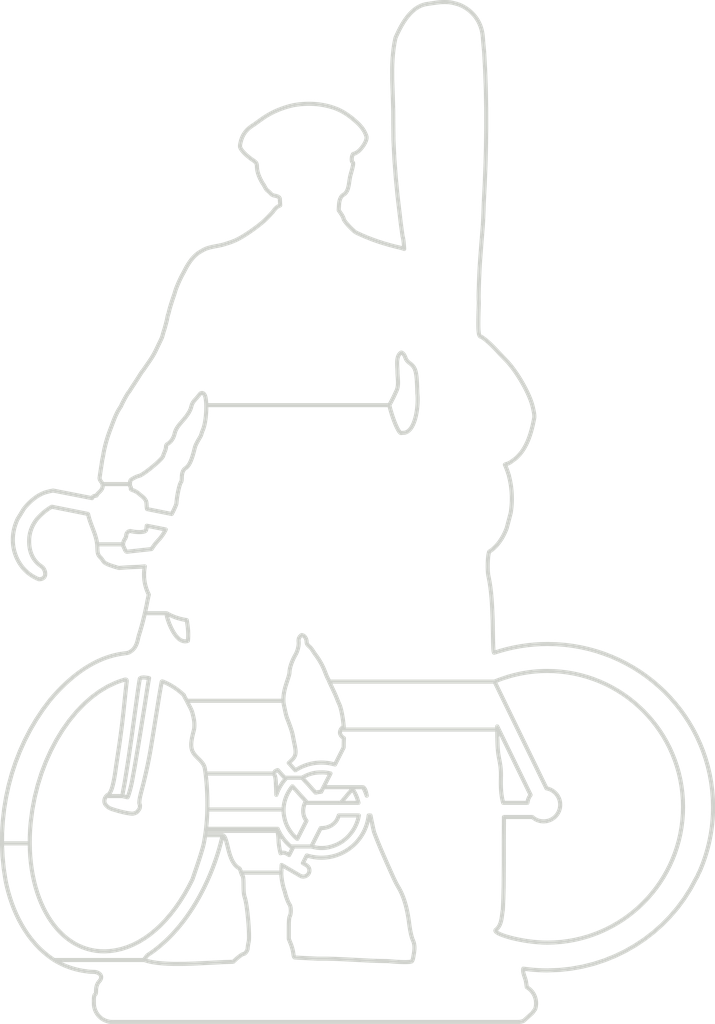
<source format=kicad_pcb>
(kicad_pcb
	(version 20241229)
	(generator "pcbnew")
	(generator_version "9.0")
	(general
		(thickness 1.6)
		(legacy_teardrops no)
	)
	(paper "A4")
	(layers
		(0 "F.Cu" signal)
		(2 "B.Cu" signal)
		(9 "F.Adhes" user "F.Adhesive")
		(11 "B.Adhes" user "B.Adhesive")
		(13 "F.Paste" user)
		(15 "B.Paste" user)
		(5 "F.SilkS" user "F.Silkscreen")
		(7 "B.SilkS" user "B.Silkscreen")
		(1 "F.Mask" user)
		(3 "B.Mask" user)
		(17 "Dwgs.User" user "User.Drawings")
		(19 "Cmts.User" user "User.Comments")
		(21 "Eco1.User" user "User.Eco1")
		(23 "Eco2.User" user "User.Eco2")
		(25 "Edge.Cuts" user)
		(27 "Margin" user)
		(31 "F.CrtYd" user "F.Courtyard")
		(29 "B.CrtYd" user "B.Courtyard")
		(35 "F.Fab" user)
		(33 "B.Fab" user)
		(39 "User.1" user)
		(41 "User.2" user)
		(43 "User.3" user)
		(45 "User.4" user)
	)
	(setup
		(pad_to_mask_clearance 0)
		(allow_soldermask_bridges_in_footprints no)
		(tenting front back)
		(pcbplotparams
			(layerselection 0x00000000_00000000_55555555_5755f5ff)
			(plot_on_all_layers_selection 0x00000000_00000000_00000000_00000000)
			(disableapertmacros no)
			(usegerberextensions no)
			(usegerberattributes yes)
			(usegerberadvancedattributes yes)
			(creategerberjobfile yes)
			(dashed_line_dash_ratio 12.000000)
			(dashed_line_gap_ratio 3.000000)
			(svgprecision 4)
			(plotframeref no)
			(mode 1)
			(useauxorigin no)
			(hpglpennumber 1)
			(hpglpenspeed 20)
			(hpglpendiameter 15.000000)
			(pdf_front_fp_property_popups yes)
			(pdf_back_fp_property_popups yes)
			(pdf_metadata yes)
			(pdf_single_document no)
			(dxfpolygonmode yes)
			(dxfimperialunits yes)
			(dxfusepcbnewfont yes)
			(psnegative no)
			(psa4output no)
			(plot_black_and_white yes)
			(sketchpadsonfab no)
			(plotpadnumbers no)
			(hidednponfab no)
			(sketchdnponfab yes)
			(crossoutdnponfab yes)
			(subtractmaskfromsilk no)
			(outputformat 1)
			(mirror no)
			(drillshape 1)
			(scaleselection 1)
			(outputdirectory "")
		)
	)
	(net 0 "")
	(gr_poly
		(pts
			(xy 171.552724 42.00068) (xy 171.674627 42.001256) (xy 171.796374 42.005562) (xy 171.917935 42.013927)
			(xy 172.039281 42.026681) (xy 172.16038 42.044152) (xy 172.220828 42.05476) (xy 172.281203 42.06667)
			(xy 172.341502 42.079925) (xy 172.40172 42.094566) (xy 172.461854 42.110632) (xy 172.521901 42.128167)
			(xy 172.6739 42.166219) (xy 172.8407 42.221293) (xy 173.019138 42.294) (xy 173.20605 42.384954) (xy 173.39827 42.494767)
			(xy 173.592637 42.624053) (xy 173.785984 42.773423) (xy 173.975148 42.943492) (xy 174.156965 43.13487)
			(xy 174.24413 43.238743) (xy 174.328271 43.348172) (xy 174.408993 43.463236) (xy 174.485901 43.58401)
			(xy 174.5586 43.710572) (xy 174.626693 43.842997) (xy 174.689784 43.981363) (xy 174.74748 44.125746)
			(xy 174.799384 44.276222) (xy 174.8451 44.432869) (xy 174.884233 44.595762) (xy 174.916388 44.764979)
			(xy 174.941169 44.940596) (xy 174.95818 45.122689) (xy 174.981338 45.426485) (xy 175.010052 45.761597)
			(xy 175.040724 46.087349) (xy 175.069752 46.363061) (xy 175.161256 48.043227) (xy 175.221392 49.72788)
			(xy 175.252149 51.41485) (xy 175.255513 53.101966) (xy 175.233471 54.787058) (xy 175.18801 56.467957)
			(xy 175.121117 58.142493) (xy 175.034779 59.808495) (xy 175.018395 60.392466) (xy 174.995167 60.984313)
			(xy 174.968003 61.514919) (xy 174.953853 61.735658) (xy 174.939809 61.915169) (xy 174.825055 63.337071)
			(xy 174.717213 64.759499) (xy 174.690645 65.151236) (xy 174.664229 65.62838) (xy 174.61739 66.692769)
			(xy 174.587764 67.660426) (xy 174.582863 68.016656) (xy 174.586415 68.239113) (xy 174.59361 68.349802)
			(xy 174.59662 68.410492) (xy 174.598927 68.472264) (xy 174.600296 68.533256) (xy 174.600491 68.591607)
			(xy 174.599279 68.645456) (xy 174.596425 68.69294) (xy 174.582549 69.121493) (xy 174.571599 69.506133)
			(xy 174.563756 69.849103) (xy 174.559203 70.152649) (xy 174.558121 70.419014) (xy 174.558938 70.538955)
			(xy 174.560691 70.650443) (xy 174.563403 70.753757) (xy 174.567097 70.849179) (xy 174.571795 70.936989)
			(xy 174.577519 71.017468) (xy 174.584293 71.090896) (xy 174.59214 71.157553) (xy 174.601082 71.217721)
			(xy 174.611141 71.271679) (xy 174.622341 71.319708) (xy 174.634705 71.36209) (xy 174.648254 71.399103)
			(xy 174.663012 71.431029) (xy 174.679002 71.458149) (xy 174.687466 71.469994) (xy 174.696246 71.480743)
			(xy 174.705345 71.49043) (xy 174.714767 71.499091) (xy 174.724513 71.50676) (xy 174.734587 71.513473)
			(xy 174.744992 71.519266) (xy 174.75573 71.524172) (xy 174.766805 71.528227) (xy 174.778218 71.531466)
			(xy 174.802074 71.535637) (xy 174.827321 71.536965) (xy 174.98032 71.641952) (xy 175.129832 71.753563)
			(xy 175.276147 71.871105) (xy 175.419553 71.993889) (xy 175.560337 72.121225) (xy 175.69879 72.252422)
			(xy 175.969853 72.52364) (xy 176.235051 72.802021) (xy 176.496693 73.082042) (xy 176.757088 73.358181)
			(xy 177.018544 73.624917) (xy 177.191231 73.811502) (xy 177.36861 74.02039) (xy 177.548943 74.248863)
			(xy 177.730492 74.494204) (xy 177.911519 74.753695) (xy 178.090286 75.024618) (xy 178.265054 75.304255)
			(xy 178.434087 75.58989) (xy 178.595644 75.878804) (xy 178.747989 76.16828) (xy 178.889384 76.4556)
			(xy 179.01809 76.738047) (xy 179.132369 77.012903) (xy 179.230484 77.27745) (xy 179.310695 77.528971)
			(xy 179.371266 77.764748) (xy 179.426715 78.020172) (xy 179.453516 78.155779) (xy 179.476613 78.290856)
			(xy 179.486049 78.356838) (xy 179.49369 78.421058) (xy 179.499248 78.482973) (xy 179.502433 78.54204)
			(xy 179.502954 78.597715) (xy 179.500523 78.649456) (xy 179.49485 78.696719) (xy 179.485646 78.738961)
			(xy 179.385936 79.218535) (xy 179.329818 79.460715) (xy 179.268466 79.703215) (xy 179.201085 79.945079)
			(xy 179.12688 80.185352) (xy 179.045058 80.423076) (xy 178.954823 80.657296) (xy 178.855382 80.887055)
			(xy 178.745939 81.111399) (xy 178.625701 81.329369) (xy 178.493872 81.540011) (xy 178.349659 81.742368)
			(xy 178.192267 81.935484) (xy 178.020901 82.118403) (xy 177.92973 82.20574) (xy 177.834767 82.290169)
			(xy 177.787243 82.321856) (xy 177.740426 82.35483) (xy 177.648183 82.423256) (xy 177.556568 82.492683)
			(xy 177.464116 82.560345) (xy 177.417117 82.59265) (xy 177.369357 82.623477) (xy 177.320655 82.65248)
			(xy 177.270825 82.679313) (xy 177.219685 82.70363) (xy 177.167052 82.725087) (xy 177.112741 82.743337)
			(xy 177.056569 82.758034) (xy 177.044533 82.760316) (xy 177.032802 82.762844) (xy 177.021376 82.765616)
			(xy 177.010255 82.768626) (xy 176.999438 82.771871) (xy 176.988926 82.775349) (xy 176.978718 82.779053)
			(xy 176.968816 82.782982) (xy 176.959217 82.787132) (xy 176.949924 82.791498) (xy 176.940936 82.796076)
			(xy 176.932252 82.800864) (xy 176.923872 82.805857) (xy 176.915798 82.811051) (xy 176.908028 82.816443)
			(xy 176.900563 82.82203) (xy 176.944123 82.918713) (xy 176.986216 83.017001) (xy 177.026831 83.116849)
			(xy 177.065953 83.218213) (xy 177.10357 83.321048) (xy 177.13967 83.425312) (xy 177.174239 83.53096)
			(xy 177.207265 83.637948) (xy 177.213819 83.651385) (xy 177.219986 83.664905) (xy 177.225778 83.678519)
			(xy 177.231206 83.69224) (xy 177.236282 83.70608) (xy 177.241018 83.720052) (xy 177.245425 83.734168)
			(xy 177.249516 83.74844) (xy 177.253303 83.762882) (xy 177.256796 83.777506) (xy 177.262952 83.807347)
			(xy 177.268077 83.838065) (xy 177.272267 83.869759) (xy 177.319427 84.061026) (xy 177.361564 84.254669)
			(xy 177.398665 84.450434) (xy 177.43072 84.648068) (xy 177.457716 84.847317) (xy 177.47964 85.047927)
			(xy 177.496482 85.249645) (xy 177.508229 85.452218) (xy 177.514869 85.655391) (xy 177.51639 85.858912)
			(xy 177.51278 86.062526) (xy 177.504027 86.26598) (xy 177.490119 86.469021) (xy 177.471045 86.671395)
			(xy 177.446792 86.872849) (xy 177.417348 87.073128) (xy 177.060536 88.430977) (xy 176.991232 88.605691)
			(xy 176.917734 88.775137) (xy 176.840165 88.939148) (xy 176.758651 89.097559) (xy 176.673314 89.250203)
			(xy 176.584281 89.396912) (xy 176.491674 89.537522) (xy 176.395619 89.671864) (xy 176.296239 89.799773)
			(xy 176.193659 89.921083) (xy 176.088003 90.035625) (xy 175.979396 90.143235) (xy 175.867961 90.243746)
			(xy 175.753822 90.33699) (xy 175.637105 90.422802) (xy 175.517934 90.501015) (xy 175.492504 90.574389)
			(xy 175.469513 90.669198) (xy 175.449052 90.782626) (xy 175.431213 90.911858) (xy 175.416088 91.05408)
			(xy 175.403767 91.206475) (xy 175.387906 91.530526) (xy 175.384361 91.861489) (xy 175.393865 92.176842)
			(xy 175.403739 92.321627) (xy 175.417149 92.454064) (xy 175.434188 92.571337) (xy 175.454945 92.670632)
			(xy 175.548743 93.159326) (xy 175.623543 93.650529) (xy 175.682084 94.143785) (xy 175.727109 94.638642)
			(xy 175.761355 95.134646) (xy 175.787565 95.631344) (xy 175.826832 96.625008) (xy 175.840238 97.432794)
			(xy 175.852014 98.064719) (xy 175.857627 98.321765) (xy 175.863237 98.543281) (xy 175.868976 98.732079)
			(xy 175.874982 98.890973) (xy 175.881387 99.022773) (xy 175.888326 99.130291) (xy 175.895934 99.216339)
			(xy 175.904346 99.28373) (xy 175.908895 99.311307) (xy 175.913696 99.335274) (xy 175.918765 99.355983)
			(xy 175.924119 99.373785) (xy 175.929774 99.389031) (xy 175.935748 99.402073) (xy 175.942058 99.413263)
			(xy 175.94872 99.422951) (xy 176.522581 99.242177) (xy 177.102775 99.0851) (xy 177.688547 98.951845)
			(xy 178.279141 98.842537) (xy 178.8738 98.757303) (xy 179.471769 98.696266) (xy 180.072291 98.659552)
			(xy 180.674611 98.647286) (xy 181.425782 98.666019) (xy 182.167093 98.721626) (xy 182.897625 98.813202)
			(xy 183.616462 98.939843) (xy 184.322686 99.100643) (xy 185.015381 99.294697) (xy 185.693628 99.521102)
			(xy 186.356512 99.778951) (xy 187.003114 100.06734) (xy 187.632518 100.385364) (xy 188.243806 100.732119)
			(xy 188.836061 101.106699) (xy 189.408366 101.5082) (xy 189.959805 101.935717) (xy 190.489459 102.388344)
			(xy 190.996411 102.865178) (xy 191.479745 103.365312) (xy 191.938543 103.887843) (xy 192.371888 104.431865)
			(xy 192.778863 104.996474) (xy 193.15855 105.580765) (xy 193.510033 106.183833) (xy 193.832395 106.804772)
			(xy 194.124717 107.442679) (xy 194.386084 108.096647) (xy 194.615577 108.765774) (xy 194.81228 109.449153)
			(xy 194.975276 110.145879) (xy 195.103647 110.855048) (xy 195.196476 111.575756) (xy 195.252846 112.307096)
			(xy 195.27184 113.048165) (xy 195.266902 113.408138) (xy 195.252868 113.767483) (xy 195.229769 114.126038)
			(xy 195.197641 114.483637) (xy 195.156517 114.840117) (xy 195.10643 115.195314) (xy 195.047415 115.549063)
			(xy 194.979504 115.9012) (xy 194.902733 116.251561) (xy 194.817133 116.599982) (xy 194.72274 116.946299)
			(xy 194.619587 117.290347) (xy 194.507707 117.631962) (xy 194.387134 117.970981) (xy 194.257902 118.307239)
			(xy 194.120045 118.640572) (xy 194.110303 118.663636) (xy 194.100608 118.685675) (xy 194.091007 118.706549)
			(xy 194.081547 118.726117) (xy 194.072277 118.744239) (xy 194.063243 118.760774) (xy 194.054492 118.775582)
			(xy 194.050237 118.782294) (xy 194.046071 118.788521) (xy 193.997967 118.885495) (xy 193.973673 118.93382)
			(xy 193.949086 118.982033) (xy 193.944447 118.999995) (xy 193.938551 119.019104) (xy 193.931479 119.039244)
			(xy 193.923311 119.060295) (xy 193.914129 119.082142) (xy 193.904015 119.104667) (xy 193.881314 119.15128)
			(xy 193.855858 119.199197) (xy 193.828296 119.247478) (xy 193.79928 119.295184) (xy 193.769459 119.341378)
			(xy 193.282074 120.247758) (xy 192.735851 121.10995) (xy 192.13394 121.926005) (xy 191.479491 122.693972)
			(xy 190.775652 123.411901) (xy 190.025574 124.077844) (xy 189.232406 124.68985) (xy 188.399297 125.245968)
			(xy 187.529396 125.744251) (xy 186.625853 126.182746) (xy 185.691819 126.559505) (xy 184.730441 126.872579)
			(xy 183.744869 127.120016) (xy 182.738254 127.299867) (xy 181.713744 127.410183) (xy 180.674489 127.449013)
			(xy 180.405107 127.446561) (xy 180.135886 127.439207) (xy 179.866897 127.426958) (xy 179.59821 127.409817)
			(xy 179.329895 127.387792) (xy 179.062022 127.360887) (xy 178.794661 127.329107) (xy 178.527882 127.292458)
			(xy 178.512868 127.38276) (xy 178.51106 127.449911) (xy 178.514213 127.516924) (xy 178.521766 127.583807)
			(xy 178.53316 127.65057) (xy 178.547835 127.717218) (xy 178.565231 127.783762) (xy 178.584788 127.850208)
			(xy 178.605946 127.916565) (xy 178.695395 128.181268) (xy 178.716162 128.247303) (xy 178.735171 128.313297)
			(xy 178.751862 128.37926) (xy 178.765675 128.445199) (xy 178.832692 128.926247) (xy 178.923103 128.982349)
			(xy 179.009467 129.044015) (xy 179.091535 129.110999) (xy 179.169062 129.183054) (xy 179.241803 129.259935)
			(xy 179.309509 129.341396) (xy 179.371936 129.42719) (xy 179.428837 129.517071) (xy 179.479967 129.610794)
			(xy 179.525077 129.708112) (xy 179.563923 129.808779) (xy 179.596259 129.912549) (xy 179.621837 130.019176)
			(xy 179.640412 130.128414) (xy 179.651738 130.240016) (xy 179.655568 130.353737) (xy 179.655229 130.387552)
			(xy 179.654219 130.421195) (xy 179.65021 130.487944) (xy 179.643601 130.553935) (xy 179.63445 130.619118)
			(xy 179.622815 130.683443) (xy 179.608756 130.746859) (xy 179.59233 130.809317) (xy 179.573598 130.870766)
			(xy 179.444575 131.043868) (xy 179.370533 131.146387) (xy 179.324012 131.207485) (xy 179.302491 131.231615)
			(xy 179.277554 131.256325) (xy 179.074999 131.433876) (xy 178.863984 131.620909) (xy 178.543202 131.912331)
			(xy 178.479903 131.932471) (xy 178.415514 131.9501) (xy 178.350091 131.965163) (xy 178.283688 131.977608)
			(xy 178.216362 131.987381) (xy 178.148166 131.994428) (xy 178.079157 131.998696) (xy 178.009389 132.00013)
			(xy 142.280568 132.00013) (xy 142.19559 131.997996) (xy 142.111757 131.991661) (xy 142.02917 131.981226)
			(xy 141.94793 131.966795) (xy 141.868141 131.948469) (xy 141.789904 131.926349) (xy 141.71332 131.900538)
			(xy 141.638492 131.871138) (xy 141.565522 131.83825) (xy 141.49451 131.801977) (xy 141.42556 131.76242)
			(xy 141.358773 131.719681) (xy 141.294251 131.673863) (xy 141.232095 131.625067) (xy 141.172409 131.573394)
			(xy 141.115292 131.518948) (xy 141.060848 131.46183) (xy 141.009179 131.402141) (xy 140.960385 131.339985)
			(xy 140.914569 131.275461) (xy 140.871834 131.208674) (xy 140.83228 131.139724) (xy 140.796009 131.068713)
			(xy 140.763124 130.995744) (xy 140.733727 130.920918) (xy 140.707918 130.844337) (xy 140.685801 130.766103)
			(xy 140.667476 130.686318) (xy 140.653046 130.605084) (xy 140.642613 130.522503) (xy 140.636279 130.438677)
			(xy 140.634144 130.353707) (xy 140.630714 130.154524) (xy 140.63261 129.994657) (xy 140.635336 129.927992)
			(xy 140.639128 129.869386) (xy 140.643901 129.81825) (xy 140.649564 129.773994) (xy 140.656031 129.736027)
			(xy 140.663214 129.70376) (xy 140.671023 129.676604) (xy 140.679372 129.653967) (xy 140.688172 129.635262)
			(xy 140.697334 129.619897) (xy 140.706772 129.607282) (xy 140.716397 129.596829) (xy 140.755004 129.564829)
			(xy 140.77314 129.546459) (xy 140.781608 129.534617) (xy 140.789558 129.520218) (xy 140.796903 129.502671)
			(xy 140.803554 129.481387) (xy 140.809423 129.455775) (xy 140.814423 129.425247) (xy 140.818465 129.389211)
			(xy 140.821461 129.347079) (xy 140.823964 129.242165) (xy 140.82514 129.179971) (xy 140.828647 129.118751)
			(xy 140.834453 129.058603) (xy 140.842525 128.99962) (xy 140.852831 128.941897) (xy 140.86534 128.88553)
			(xy 140.880017 128.830613) (xy 140.896832 128.777241) (xy 140.915752 128.72551) (xy 140.936745 128.675515)
			(xy 140.959778 128.62735) (xy 140.984819 128.58111) (xy 141.011836 128.536891) (xy 141.040797 128.494787)
			(xy 141.071669 128.454894) (xy 141.10442 128.417306) (xy 141.135693 128.381742) (xy 141.163703 128.346231)
			(xy 141.188493 128.310828) (xy 141.210106 128.275589) (xy 141.228587 128.24057) (xy 141.243979 128.205826)
			(xy 141.256324 128.171413) (xy 141.265667 128.137386) (xy 141.27205 128.103802) (xy 141.275518 128.070715)
			(xy 141.276114 128.038182) (xy 141.273881 128.006259) (xy 141.268863 127.975001) (xy 141.261103 127.944463)
			(xy 141.250644 127.914702) (xy 141.23753 127.885773) (xy 141.221805 127.857732) (xy 141.203512 127.830634)
			(xy 141.182694 127.804536) (xy 141.159394 127.779492) (xy 141.133657 127.755559) (xy 141.105526 127.732793)
			(xy 141.075043 127.711248) (xy 141.042253 127.69098) (xy 141.007199 127.672047) (xy 140.969925 127.654502)
			(xy 140.930473 127.638402) (xy 140.888887 127.623802) (xy 140.845211 127.610758) (xy 140.799489 127.599326)
			(xy 140.751763 127.589562) (xy 140.702077 127.581521) (xy 140.608181 127.579454) (xy 140.523848 127.577103)
			(xy 140.448543 127.574511) (xy 140.381734 127.57172) (xy 140.322886 127.568774) (xy 140.271468 127.565713)
			(xy 140.226946 127.562582) (xy 140.188786 127.559422) (xy 140.156456 127.556276) (xy 140.129421 127.553187)
			(xy 140.10715 127.550196) (xy 140.089108 127.547347) (xy 140.074763 127.544682) (xy 140.063581 127.542244)
			(xy 140.048573 127.538216) (xy 139.849423 127.513129) (xy 139.651035 127.482538) (xy 139.453563 127.446451)
			(xy 139.257156 127.404877) (xy 139.061966 127.357822) (xy 138.868145 127.305294) (xy 138.675843 127.247301)
			(xy 138.485211 127.18385) (xy 138.296401 127.114949) (xy 138.109564 127.040607) (xy 137.924852 126.960829)
			(xy 137.742414 126.875625) (xy 137.562403 126.785001) (xy 137.38497 126.688966) (xy 137.210266 126.587526)
			(xy 137.121929 126.532601) (xy 145.063954 126.532601) (xy 145.406634 126.636881) (xy 145.790921 126.71956)
			(xy 146.210701 126.78261) (xy 146.659863 126.828007) (xy 147.132294 126.857726) (xy 147.62188 126.873741)
			(xy 148.628072 126.872559) (xy 149.629536 126.840258) (xy 150.577374 126.792634) (xy 152.116566 126.714608)
			(xy 152.928334 126.691323) (xy 153.156544 126.479653) (xy 153.210326 126.430597) (xy 153.264299 126.382938)
			(xy 153.318113 126.33692) (xy 153.371419 126.292787) (xy 153.423866 126.250782) (xy 153.475105 126.21115)
			(xy 153.524786 126.174135) (xy 153.57256 126.139981) (xy 153.618076 126.108931) (xy 153.660986 126.08123)
			(xy 153.700938 126.057121) (xy 153.737584 126.036848) (xy 153.770573 126.020656) (xy 153.799556 126.008788)
			(xy 153.824184 126.001488) (xy 153.834755 125.999628) (xy 153.844105 125.999001) (xy 153.856794 125.998119)
			(xy 153.869965 125.995526) (xy 153.883561 125.9913) (xy 153.897522 125.98552) (xy 153.911792 125.978266)
			(xy 153.926312 125.969617) (xy 153.95587 125.948445) (xy 153.985732 125.922638) (xy 154.015434 125.892826)
			(xy 154.044511 125.85964) (xy 154.072499 125.823712) (xy 154.098933 125.785673) (xy 154.12335 125.746154)
			(xy 154.145284 125.705786) (xy 154.164271 125.665201) (xy 154.179847 125.62503) (xy 154.191548 125.585905)
			(xy 154.1958 125.566931) (xy 154.198909 125.548455) (xy 154.200817 125.530557) (xy 154.201466 125.513314)
			(xy 154.203504 125.468532) (xy 154.209343 125.408811) (xy 154.218573 125.336744) (xy 154.230786 125.254921)
			(xy 154.245571 125.165935) (xy 154.262518 125.072376) (xy 154.281217 124.976835) (xy 154.301259 124.881905)
			(xy 154.316563 124.76996) (xy 154.324853 124.610452) (xy 154.322062 124.17441) (xy 154.296231 123.625108)
			(xy 154.250706 123.013875) (xy 154.188834 122.392036) (xy 154.113959 121.810922) (xy 154.072692 121.551676)
			(xy 154.029428 121.321858) (xy 153.984588 121.127886) (xy 153.938588 120.976174) (xy 153.914051 120.898115)
			(xy 153.893331 120.809554) (xy 153.876252 120.708609) (xy 153.862637 120.593396) (xy 153.85231 120.462031)
			(xy 153.845092 120.31263) (xy 153.840809 120.14331) (xy 153.839284 119.952187) (xy 153.837973 119.763044)
			(xy 153.836478 119.678698) (xy 153.834398 119.6009) (xy 153.831713 119.52945) (xy 153.828404 119.464146)
			(xy 153.824451 119.404788) (xy 153.819836 119.351174) (xy 153.81454 119.303103) (xy 153.808543 119.260374)
			(xy 153.801825 119.222787) (xy 153.794368 119.190139) (xy 153.786153 119.162231) (xy 153.77716 119.13886)
			(xy 153.772366 119.128813) (xy 153.76737 119.119826) (xy 153.76217 119.111872) (xy 153.756764 119.104928)
			(xy 153.748044 119.093705) (xy 153.738782 119.079874) (xy 153.72906 119.063632) (xy 153.718959 119.045173)
			(xy 153.697942 119.002389) (xy 153.676381 118.953091) (xy 153.654922 118.898845) (xy 153.634215 118.841217)
			(xy 153.627567 118.820752) (xy 157.170874 118.820752) (xy 157.171267 118.935409) (xy 157.177436 119.059541)
			(xy 157.18878 119.190961) (xy 157.204702 119.32748) (xy 157.224603 119.466913) (xy 157.247884 119.607071)
			(xy 157.302188 119.880818) (xy 157.362826 120.131221) (xy 157.394023 120.242202) (xy 157.425006 120.340785)
			(xy 157.455177 120.424785) (xy 157.483937 120.492013) (xy 157.495377 120.555849) (xy 157.510837 120.626414)
			(xy 157.529872 120.702482) (xy 157.552035 120.782829) (xy 157.603965 120.951459) (xy 157.66306 121.122506)
			(xy 157.725754 121.286171) (xy 157.757337 121.362174) (xy 157.788481 121.432657) (xy 157.818743 121.496395)
			(xy 157.847675 121.552164) (xy 157.874833 121.59874) (xy 157.899769 121.634896) (xy 157.912362 121.652905)
			(xy 157.924216 121.673405) (xy 157.945698 121.721254) (xy 157.964189 121.77719) (xy 157.979664 121.839962)
			(xy 157.992099 121.908316) (xy 158.001466 121.981001) (xy 158.007741 122.056764) (xy 158.010899 122.134354)
			(xy 158.010914 122.212519) (xy 158.007761 122.290005) (xy 158.001414 122.365562) (xy 157.991849 122.437936)
			(xy 157.979038 122.505877) (xy 157.962959 122.568131) (xy 157.943583 122.623446) (xy 157.920888 122.670571)
			(xy 157.909291 122.69363) (xy 157.89861 122.720875) (xy 157.88882 122.752666) (xy 157.879901 122.789363)
			(xy 157.864576 122.878911) (xy 157.852452 122.992398) (xy 157.843343 123.132699) (xy 157.837065 123.302692)
			(xy 157.833434 123.505255) (xy 157.832265 123.743264) (xy 157.832265 124.664345) (xy 158.009816 125.111458)
			(xy 158.046349 125.208842) (xy 158.082065 125.314345) (xy 158.116075 125.424612) (xy 158.147488 125.536286)
			(xy 158.175414 125.646012) (xy 158.198961 125.750433) (xy 158.21724 125.846195) (xy 158.229359 125.92994)
			(xy 158.23534 125.980303) (xy 158.241439 126.026413) (xy 158.24771 126.068417) (xy 158.250927 126.087927)
			(xy 158.254207 126.106465) (xy 158.257558 126.124052) (xy 158.260985 126.140706) (xy 158.264495 126.156444)
			(xy 158.268096 126.171287) (xy 158.271793 126.185251) (xy 158.275595 126.198357) (xy 158.279507 126.210622)
			(xy 158.283536 126.222066) (xy 158.287689 126.232705) (xy 158.291972 126.242561) (xy 158.296393 126.25165)
			(xy 158.300958 126.259991) (xy 158.305674 126.267604) (xy 158.310548 126.274506) (xy 158.315586 126.280716)
			(xy 158.320795 126.286253) (xy 158.326182 126.291135) (xy 158.331753 126.295382) (xy 158.337516 126.29901)
			(xy 158.343477 126.30204) (xy 158.349642 126.304489) (xy 158.356019 126.306377) (xy 158.362615 126.307721)
			(xy 158.369435 126.308541) (xy 158.828575 126.336301) (xy 159.487637 126.371666) (xy 160.40392 126.415017)
			(xy 161.175554 126.413415) (xy 161.946538 126.432375) (xy 163.487828 126.506894) (xy 165.030331 126.588399)
			(xy 165.802832 126.616092) (xy 166.576588 126.626717) (xy 166.967511 126.662885) (xy 167.336555 126.689797)
			(xy 167.676329 126.707359) (xy 167.832931 126.712605) (xy 167.979443 126.715478) (xy 168.114943 126.715966)
			(xy 168.238506 126.714057) (xy 168.349208 126.70974) (xy 168.446127 126.703004) (xy 168.528337 126.693835)
			(xy 168.594915 126.682222) (xy 168.644937 126.668155) (xy 168.663451 126.660196) (xy 168.677479 126.651619)
			(xy 168.688773 126.641777) (xy 168.699961 126.629449) (xy 168.710996 126.61477) (xy 168.721832 126.597874)
			(xy 168.73242 126.578897) (xy 168.742712 126.557974) (xy 168.752661 126.535239) (xy 168.762219 126.510827)
			(xy 168.771339 126.484873) (xy 168.779973 126.457511) (xy 168.788073 126.428877) (xy 168.795591 126.399106)
			(xy 168.802481 126.368331) (xy 168.808693 126.336689) (xy 168.814182 126.304314) (xy 168.818898 126.27134)
			(xy 168.883834 125.89024) (xy 168.897248 125.796382) (xy 168.908404 125.702847) (xy 168.916737 125.609512)
			(xy 168.921681 125.516255) (xy 168.922671 125.422953) (xy 168.919142 125.329484) (xy 168.910529 125.235725)
			(xy 168.896266 125.141555) (xy 168.875788 125.046851) (xy 168.84853 124.95149) (xy 168.813926 124.85535)
			(xy 168.771413 124.758309) (xy 168.720925 124.621843) (xy 168.671846 124.46083) (xy 168.624491 124.276783)
			(xy 168.579175 124.071217) (xy 168.536213 123.845645) (xy 168.495922 123.601582) (xy 168.458616 123.34054)
			(xy 168.424611 123.064034) (xy 168.363454 122.673449) (xy 168.290005 122.281492) (xy 168.202172 121.890905)
			(xy 168.152206 121.696982) (xy 168.097859 121.504429) (xy 168.038868 121.31359) (xy 167.974972 121.124807)
			(xy 167.905909 120.938423) (xy 167.831418 120.754781) (xy 167.751235 120.574223) (xy 167.665101 120.397092)
			(xy 167.572752 120.223731) (xy 167.473927 120.054482) (xy 167.412638 119.950055) (xy 167.353968 119.844142)
			(xy 167.297504 119.736984) (xy 167.242833 119.628823) (xy 167.137213 119.41046) (xy 167.033803 119.190987)
			(xy 166.896305 118.880639) (xy 166.844266 118.764771) (xy 166.820573 118.713185) (xy 166.768117 118.595681)
			(xy 166.397066 117.762778) (xy 166.03259 116.926823) (xy 165.855158 116.506851) (xy 165.682178 116.085094)
			(xy 165.514587 115.661215) (xy 165.353322 115.234871) (xy 165.285574 114.938801) (xy 165.217282 114.625771)
			(xy 165.139389 114.25211) (xy 165.042836 113.774148) (xy 164.883229 113.774148) (xy 164.881032 113.774361)
			(xy 164.854181 113.971989) (xy 164.818423 114.166381) (xy 164.773978 114.357339) (xy 164.721071 114.544663)
			(xy 164.659924 114.728154) (xy 164.59076 114.907613) (xy 164.513801 115.08284) (xy 164.429271 115.253637)
			(xy 164.337393 115.419803) (xy 164.238388 115.58114) (xy 164.132481 115.737448) (xy 164.019893 115.888529)
			(xy 163.900849 116.034182) (xy 163.77557 116.174208) (xy 163.644279 116.308409) (xy 163.507199 116.436585)
			(xy 163.364553 116.558536) (xy 163.216565 116.674064) (xy 163.063456 116.782969) (xy 162.905449 116.885052)
			(xy 162.742768 116.980113) (xy 162.575636 117.067954) (xy 162.404274 117.148374) (xy 162.228906 117.221176)
			(xy 162.049755 117.286158) (xy 161.867044 117.343123) (xy 161.680995 117.391871) (xy 161.491831 117.432203)
			(xy 161.299776 117.463919) (xy 161.105051 117.486819) (xy 160.90788 117.500706) (xy 160.708485 117.505379)
			(xy 160.54492 117.502191) (xy 160.381783 117.492646) (xy 160.219259 117.476774) (xy 160.05753 117.454602)
			(xy 159.89678 117.42616) (xy 159.737191 117.391478) (xy 159.578947 117.350583) (xy 159.42223 117.303505)
			(xy 159.077199 117.984353) (xy 159.38506 118.164437) (xy 159.408798 118.179123) (xy 159.431516 118.194811)
			(xy 159.453202 118.211453) (xy 159.473844 118.229006) (xy 159.493429 118.247422) (xy 159.511947 118.266656)
			(xy 159.529384 118.286662) (xy 159.545728 118.307396) (xy 159.560969 118.328809) (xy 159.575093 118.350858)
			(xy 159.588089 118.373497) (xy 159.599945 118.396679) (xy 159.610648 118.420358) (xy 159.620187 118.44449)
			(xy 159.62855 118.469029) (xy 159.635724 118.493928) (xy 159.641698 118.519141) (xy 159.646459 118.544624)
			(xy 159.649996 118.570331) (xy 159.652297 118.596215) (xy 159.653349 118.622231) (xy 159.653141 118.648333)
			(xy 159.65166 118.674475) (xy 159.648895 118.700613) (xy 159.644833 118.726699) (xy 159.639463 118.752688)
			(xy 159.632772 118.778535) (xy 159.624749 118.804194) (xy 159.615382 118.829618) (xy 159.604657 118.854763)
			(xy 159.592564 118.879582) (xy 159.579091 118.90403) (xy 159.564407 118.927777) (xy 159.548723 118.950502)
			(xy 159.532083 118.972195) (xy 159.514533 118.992842) (xy 159.49612 119.012432) (xy 159.476888 119.030954)
			(xy 159.456885 119.048395) (xy 159.436154 119.064743) (xy 159.414743 119.079986) (xy 159.392696 119.094112)
			(xy 159.37006 119.10711) (xy 159.34688 119.118967) (xy 159.323202 119.129671) (xy 159.299072 119.13921)
			(xy 159.274536 119.147573) (xy 159.249638 119.154748) (xy 159.224426 119.160721) (xy 159.198944 119.165483)
			(xy 159.173239 119.169019) (xy 159.147355 119.17132) (xy 159.12134 119.172372) (xy 159.095238 119.172163)
			(xy 159.069095 119.170682) (xy 159.042958 119.167917) (xy 159.016871 119.163855) (xy 158.990881 119.158485)
			(xy 158.965033 119.151795) (xy 158.939373 119.143773) (xy 158.913947 119.134407) (xy 158.8888 119.123684)
			(xy 158.863979 119.111593) (xy 158.839528 119.098122) (xy 157.201222 118.140969) (xy 157.198569 118.215378)
			(xy 157.195079 118.282802) (xy 157.187962 118.402974) (xy 157.185523 118.458865) (xy 157.184622 118.514053)
			(xy 157.184934 118.541875) (xy 157.185853 118.570111) (xy 157.187453 118.598957) (xy 157.189809 118.628609)
			(xy 157.176855 118.717756) (xy 157.170874 118.820752) (xy 153.627567 118.820752) (xy 153.614907 118.781775)
			(xy 153.597645 118.722085) (xy 153.589372 118.6928) (xy 153.580602 118.664338) (xy 153.571413 118.636845)
			(xy 153.561881 118.610468) (xy 153.552084 118.585355) (xy 153.542098 118.561653) (xy 153.532001 118.539509)
			(xy 153.52187 118.51907) (xy 153.511782 118.500485) (xy 153.501814 118.483899) (xy 153.496899 118.476403)
			(xy 153.492043 118.469461) (xy 153.487256 118.463094) (xy 153.482547 118.457318) (xy 153.477925 118.452153)
			(xy 153.473401 118.447617) (xy 153.468984 118.443729) (xy 153.464683 118.440506) (xy 153.460509 118.437967)
			(xy 153.456471 118.436131) (xy 153.452579 118.435015) (xy 153.448842 118.43464) (xy 153.350401 118.373367)
			(xy 153.258903 118.303808) (xy 153.173997 118.226599) (xy 153.095332 118.142375) (xy 153.022556 118.051774)
			(xy 152.955318 117.955432) (xy 152.893267 117.853985) (xy 152.836052 117.748069) (xy 152.78332 117.63832)
			(xy 152.734722 117.525376) (xy 152.648519 117.292443) (xy 152.574632 117.054361) (xy 152.510251 116.81622)
			(xy 152.398765 116.360123) (xy 152.346039 116.152347) (xy 152.291578 115.964874) (xy 152.232571 115.802794)
			(xy 152.200485 115.732867) (xy 152.166208 115.671197) (xy 152.12939 115.618421) (xy 152.089679 115.575174)
			(xy 152.046723 115.542093) (xy 152.000242 115.519847) (xy 151.855605 116.116648) (xy 151.693382 116.708979)
			(xy 151.513872 117.296041) (xy 151.317319 117.877255) (xy 151.103969 118.452039) (xy 150.874067 119.019811)
			(xy 150.627859 119.579991) (xy 150.36559 120.131997) (xy 150.142159 120.56994) (xy 149.907107 121.003946)
			(xy 149.660358 121.433037) (xy 149.40184 121.856232) (xy 149.131478 122.272552) (xy 148.849199 122.681018)
			(xy 148.554928 123.080649) (xy 148.248593 123.470467) (xy 147.930119 123.849492) (xy 147.599433 124.216744)
			(xy 147.256461 124.571243) (xy 146.901128 124.912011) (xy 146.533363 125.238067) (xy 146.153089 125.548432)
			(xy 145.760235 125.842127) (xy 145.354726 126.118172) (xy 145.291833 126.193764) (xy 145.235238 126.263921)
			(xy 145.209503 126.296748) (xy 145.185583 126.327961) (xy 145.16356 126.357475) (xy 145.143513 126.385205)
			(xy 145.125524 126.411065) (xy 145.109672 126.434971) (xy 145.096038 126.456838) (xy 145.084702 126.47658)
			(xy 145.075746 126.494112) (xy 145.069248 126.50935) (xy 145.066947 126.516082) (xy 145.065291 126.522208)
			(xy 145.06429 126.527718) (xy 145.063954 126.532601) (xy 137.121929 126.532601) (xy 137.038441 126.480691)
			(xy 136.611523 126.176363) (xy 136.207979 125.846555) (xy 135.827499 125.492965) (xy 135.469772 125.117287)
			(xy 135.134488 124.721216) (xy 134.821337 124.30645) (xy 134.530008 123.874682) (xy 134.26019 123.427609)
			(xy 134.011573 122.966927) (xy 133.783846 122.49433) (xy 133.576699 122.011516) (xy 133.389822 121.520179)
			(xy 133.222903 121.022015) (xy 133.075633 120.51872) (xy 132.9477 120.011989) (xy 132.838795 119.503518)
			(xy 132.678874 118.460467) (xy 132.575511 117.410124) (xy 132.528161 116.355444) (xy 132.529045 116.240448)
			(xy 134.972168 116.240448) (xy 134.986114 116.828212) (xy 135.020362 117.403817) (xy 135.074473 117.966551)
			(xy 135.148009 118.515702) (xy 135.240534 119.050557) (xy 135.351609 119.570404) (xy 135.480797 120.074531)
			(xy 135.627661 120.562225) (xy 135.791762 121.032776) (xy 135.972665 121.485469) (xy 136.16993 121.919593)
			(xy 136.38312 122.334437) (xy 136.611798 122.729287) (xy 136.855526 123.103431) (xy 137.113867 123.456158)
			(xy 137.386384 123.786754) (xy 137.672637 124.094509) (xy 137.972191 124.378709) (xy 138.284607 124.638642)
			(xy 138.609449 124.873596) (xy 138.946277 125.08286) (xy 139.294656 125.26572) (xy 139.654147 125.421464)
			(xy 140.024312 125.549381) (xy 140.404715 125.648757) (xy 140.794918 125.718882) (xy 141.194482 125.759042)
			(xy 141.602972 125.768526) (xy 142.019948 125.746621) (xy 142.551253 125.674503) (xy 143.076879 125.55475)
			(xy 143.595922 125.388321) (xy 144.10748 125.176177) (xy 144.610649 124.919276) (xy 145.104527 124.61858)
			(xy 145.58821 124.275049) (xy 146.060796 123.889641) (xy 146.521381 123.463319) (xy 146.969062 122.997041)
			(xy 147.402937 122.491767) (xy 147.822102 121.948458) (xy 148.225655 121.368074) (xy 148.612692 120.751575)
			(xy 148.982311 120.09992) (xy 149.333607 119.414071) (xy 149.78394 118.089356) (xy 149.958711 117.553723)
			(xy 150.120658 117.036878) (xy 150.25093 116.589105) (xy 150.330678 116.260689) (xy 150.376982 116.007962)
			(xy 150.423179 115.731544) (xy 150.45508 115.519814) (xy 152.000172 115.519814) (xy 152.000242 115.519847)
			(xy 152.000294 115.519631) (xy 152.000172 115.519814) (xy 150.45508 115.519814) (xy 150.468077 115.433553)
			(xy 150.507868 115.135655) (xy 156.844904 115.135655) (xy 156.846162 115.174339) (xy 156.849234 115.217677)
			(xy 156.85448 115.265889) (xy 156.862254 115.319195) (xy 156.872914 115.377816) (xy 156.884896 115.444458)
			(xy 156.895829 115.517982) (xy 156.905543 115.595968) (xy 156.913869 115.675995) (xy 156.920638 115.755642)
			(xy 156.925683 115.832487) (xy 156.928833 115.904109) (xy 156.929921 115.968087) (xy 156.930448 116.022842)
			(xy 156.933075 116.08365) (xy 156.944038 116.220198) (xy 156.961632 116.371266) (xy 156.984677 116.530388)
			(xy 157.011993 116.691102) (xy 157.042402 116.846942) (xy 157.074723 116.991443) (xy 157.107777 117.118142)
			(xy 157.137799 117.104114) (xy 157.168568 117.091975) (xy 157.199987 117.08175) (xy 157.231963 117.073463)
			(xy 157.2644 117.067139) (xy 157.297204 117.062804) (xy 157.330278 117.060483) (xy 157.36353 117.0602)
			(xy 157.396863 117.061982) (xy 157.430182 117.065852) (xy 157.463394 117.071836) (xy 157.496402 117.07996)
			(xy 157.529111 117.090248) (xy 157.561428 117.102725) (xy 157.593256 117.117416) (xy 157.624501 117.134347)
			(xy 157.861317 117.272774) (xy 158.175343 116.653145) (xy 158.06762 116.568736) (xy 158.002286 116.514016)
			(xy 159.824879 116.514016) (xy 159.931422 116.543848) (xy 160.038834 116.570105) (xy 160.147015 116.59272)
			(xy 160.255866 116.611623) (xy 160.365287 116.626747) (xy 160.475178 116.638023) (xy 160.58544 116.645385)
			(xy 160.695973 116.648762) (xy 160.806678 116.648088) (xy 160.917455 116.643295) (xy 161.028205 116.634314)
			(xy 161.138827 116.621077) (xy 161.249223 116.603516) (xy 161.359292 116.581563) (xy 161.468935 116.55515)
			(xy 161.578053 116.524209) (xy 161.69531 116.49072) (xy 161.810824 116.452567) (xy 162.036264 116.362781)
			(xy 162.253647 116.255873) (xy 162.462246 116.132869) (xy 162.661334 115.994793) (xy 162.850185 115.842669)
			(xy 163.028073 115.677521) (xy 163.194272 115.500374) (xy 163.348054 115.312253) (xy 163.488694 115.11418)
			(xy 163.615465 114.907182) (xy 163.72764 114.692281) (xy 163.824493 114.470503) (xy 163.905299 114.242872)
			(xy 163.969329 114.010412) (xy 164.015858 113.774148) (xy 162.24413 113.774148) (xy 162.24413 113.774178)
			(xy 162.242771 113.777268) (xy 162.239946 113.785874) (xy 162.229428 113.817849) (xy 162.221502 113.840325)
			(xy 162.211643 113.866532) (xy 162.199734 113.896023) (xy 162.185658 113.928353) (xy 162.163568 113.988807)
			(xy 162.138965 114.047363) (xy 162.111932 114.104017) (xy 162.082553 114.158761) (xy 162.050912 114.211589)
			(xy 162.017093 114.262496) (xy 161.981179 114.311475) (xy 161.943254 114.358521) (xy 161.903402 114.403626)
			(xy 161.861707 114.446786) (xy 161.77312 114.527244) (xy 161.678165 114.599844) (xy 161.577512 114.66454)
			(xy 161.471829 114.721281) (xy 161.361787 114.77002) (xy 161.248056 114.810708) (xy 161.131305 114.843295)
			(xy 161.012206 114.867734) (xy 160.891427 114.883975) (xy 160.769639 114.89197) (xy 160.647511 114.891671)
			(xy 160.647267 114.891671) (xy 159.824879 116.514016) (xy 158.002286 116.514016) (xy 157.962895 116.481024)
			(xy 157.861234 116.390095) (xy 157.762705 116.296034) (xy 157.667372 116.198927) (xy 157.575304 116.098859)
			(xy 157.486567 115.995916) (xy 157.401227 115.890183) (xy 157.319351 115.781746) (xy 157.241005 115.670689)
			(xy 157.166257 115.557099) (xy 157.095173 115.441062) (xy 157.027819 115.322661) (xy 156.964262 115.201984)
			(xy 156.904568 115.079115) (xy 156.85712 114.972776) (xy 156.85695 114.97663) (xy 156.848454 115.045315)
			(xy 156.846407 115.071363) (xy 156.845105 115.101403) (xy 156.844904 115.135655) (xy 150.507868 115.135655)
			(xy 150.51048 115.116105) (xy 150.529206 114.954171) (xy 156.848805 114.954171) (xy 156.848822 114.954178)
			(xy 156.85712 114.972776) (xy 156.857366 114.967233) (xy 156.856385 114.960504) (xy 156.85365 114.956224)
			(xy 156.848822 114.954178) (xy 156.848805 114.95414) (xy 156.848805 114.954171) (xy 150.529206 114.954171)
			(xy 150.549195 114.781316) (xy 150.583029 114.431303) (xy 150.610787 114.068182) (xy 150.631276 113.694069)
			(xy 150.644746 113.293251) (xy 150.645381 113.251501) (xy 157.36694 113.251501) (xy 157.369175 113.437686)
			(xy 157.383476 113.624149) (xy 157.410198 113.810439) (xy 157.449696 113.996102) (xy 157.47987 114.132538)
			(xy 157.516361 114.266815) (xy 157.55898 114.398802) (xy 157.607536 114.528371) (xy 157.661838 114.655391)
			(xy 157.721695 114.779731) (xy 157.786916 114.901263) (xy 157.857312 115.019856) (xy 157.932691 115.13538)
			(xy 158.012862 115.247706) (xy 158.097635 115.356702) (xy 158.186819 115.46224) (xy 158.280223 115.56419)
			(xy 158.377657 115.662421) (xy 158.47893 115.756803) (xy 158.583852 115.847207) (xy 159.393605 114.249703)
			(xy 159.357771 114.202895) (xy 159.324429 114.154944) (xy 159.293551 114.105915) (xy 159.265107 114.055877)
			(xy 159.239067 114.004895) (xy 159.215402 113.953036) (xy 159.175082 113.846955) (xy 159.14391 113.738165)
			(xy 159.121653 113.627201) (xy 159.108074 113.514595) (xy 159.10294 113.400879) (xy 159.106016 113.286589)
			(xy 159.117067 113.172255) (xy 159.135858 113.058412) (xy 159.162154 112.945592) (xy 159.195721 112.834328)
			(xy 159.236323 112.725154) (xy 159.263526 112.66401) (xy 162.417409 112.66401) (xy 163.983327 112.66401)
			(xy 163.969414 112.606774) (xy 163.954564 112.549634) (xy 163.938592 112.492636) (xy 163.930128 112.464206)
			(xy 163.921315 112.43583) (xy 163.902143 112.369326) (xy 163.88149 112.303268) (xy 163.859378 112.237677)
			(xy 163.835829 112.172576) (xy 163.810865 112.107987) (xy 163.784507 112.043932) (xy 163.756777 111.980433)
			(xy 163.727696 111.917512) (xy 163.697286 111.85519) (xy 163.665569 111.793491) (xy 163.632566 111.732437)
			(xy 163.5983 111.672048) (xy 163.562791 111.612348) (xy 163.526061 111.553359) (xy 163.488131 111.495102)
			(xy 163.449025 111.4376) (xy 162.417409 112.66401) (xy 159.263526 112.66401) (xy 159.283727 112.618602)
			(xy 159.337697 112.515206) (xy 158.151845 111.20353) (xy 158.151845 111.203499) (xy 158.03702 111.351091)
			(xy 157.929994 111.504386) (xy 157.831124 111.66293) (xy 157.740765 111.826272) (xy 157.659272 111.99396)
			(xy 157.587002 112.165543) (xy 157.524308 112.340567) (xy 157.471547 112.518582) (xy 157.429074 112.699135)
			(xy 157.397245 112.881773) (xy 157.376415 113.066046) (xy 157.36694 113.251501) (xy 150.645381 113.251501)
			(xy 150.650685 112.902841) (xy 150.649919 112.524638) (xy 150.643272 112.160439) (xy 150.631568 111.812041)
			(xy 150.61563 111.481241) (xy 150.596284 111.169838) (xy 150.574353 110.879628) (xy 150.526035 110.369978)
			(xy 150.490818 110.078717) (xy 156.547782 110.078717) (xy 156.548565 110.09804) (xy 156.550408 110.117906)
			(xy 156.553335 110.138305) (xy 156.55737 110.159225) (xy 156.562537 110.180656) (xy 156.56886 110.202586)
			(xy 156.576362 110.225004) (xy 156.585067 110.2479) (xy 156.595 110.271263) (xy 156.606183 110.295081)
			(xy 156.618642 110.319344) (xy 156.633701 110.381023) (xy 156.64648 110.44315) (xy 156.657204 110.505679)
			(xy 156.666096 110.56856) (xy 156.673381 110.631745) (xy 156.679281 110.695186) (xy 156.687825 110.82264)
			(xy 156.698155 111.078482) (xy 156.703523 111.206095) (xy 156.711415 111.332985) (xy 156.732533 111.964394)
			(xy 156.766887 111.866601) (xy 156.803604 111.769789) (xy 156.842661 111.673999) (xy 156.884033 111.579271)
			(xy 156.927698 111.485648) (xy 156.973633 111.393168) (xy 157.021813 111.301873) (xy 157.072217 111.211804)
			(xy 157.12482 111.123001) (xy 157.179598 111.035506) (xy 157.23653 110.949358) (xy 157.295591 110.864598)
			(xy 157.356758 110.781268) (xy 157.420008 110.699408) (xy 157.485317 110.619059) (xy 157.552663 110.540261)
			(xy 157.469569 110.448372) (xy 159.008046 110.448372) (xy 160.201222 111.768166) (xy 160.261618 111.753159)
			(xy 160.322096 111.739153) (xy 160.382723 111.726425) (xy 160.44357 111.715252) (xy 160.504706 111.705912)
			(xy 160.5662 111.698682) (xy 160.628122 111.693838) (xy 160.659265 111.692398) (xy 160.690541 111.691659)
			(xy 160.897328 111.283822) (xy 164.389699 111.283822) (xy 164.437928 111.374192) (xy 164.483914 111.46569)
			(xy 164.527646 111.558268) (xy 164.569112 111.651879) (xy 164.6083 111.746473) (xy 164.645199 111.842004)
			(xy 164.679799 111.938424) (xy 164.712086 112.035683) (xy 164.695616 111.952104) (xy 164.67941 111.874289)
			(xy 164.663214 111.802003) (xy 164.646779 111.735013) (xy 164.629851 111.673082) (xy 164.612179 111.615975)
			(xy 164.602986 111.589158) (xy 164.593512 111.563459) (xy 164.583727 111.538849) (xy 164.573598 111.515297)
			(xy 164.564726 111.496122) (xy 164.555565 111.477665) (xy 164.546101 111.459906) (xy 164.536323 111.442827)
			(xy 164.526217 111.426408) (xy 164.51577 111.41063) (xy 164.504969 111.395472) (xy 164.493802 111.380917)
			(xy 164.482254 111.366944) (xy 164.470314 111.353535) (xy 164.457968 111.340669) (xy 164.445203 111.328328)
			(xy 164.432007 111.316492) (xy 164.418366 111.305142) (xy 164.404268 111.294258) (xy 164.389699 111.283822)
			(xy 160.897328 111.283822) (xy 161.513417 110.068734) (xy 161.44247 110.051662) (xy 161.371096 110.036254)
			(xy 161.299319 110.022559) (xy 161.227162 110.010628) (xy 161.154651 110.000511) (xy 161.081809 109.992259)
			(xy 161.008661 109.98592) (xy 160.935231 109.981545) (xy 160.935231 109.981942) (xy 160.900754 109.98008)
			(xy 160.866219 109.978754) (xy 160.831633 109.977968) (xy 160.797002 109.977727) (xy 160.76233 109.978033)
			(xy 160.727624 109.97889) (xy 160.692889 109.980304) (xy 160.658131 109.982277) (xy 160.547086 109.981724)
			(xy 160.436768 109.985545) (xy 160.327247 109.99365) (xy 160.218593 110.00595) (xy 160.110878 110.022356)
			(xy 160.004171 110.042779) (xy 159.898543 110.067131) (xy 159.794064 110.095322) (xy 159.690805 110.127263)
			(xy 159.588835 110.162865) (xy 159.488226 110.202039) (xy 159.389047 110.244696) (xy 159.29137 110.290747)
			(xy 159.195263 110.340103) (xy 159.100799 110.392674) (xy 159.008046 110.448372) (xy 157.469569 110.448372)
			(xy 156.857777 109.771828) (xy 156.857716 109.771798) (xy 156.818921 109.783902) (xy 156.801862 109.789316)
			(xy 156.786168 109.794564) (xy 156.771692 109.799841) (xy 156.764866 109.80255) (xy 156.75829 109.80534)
			(xy 156.751945 109.808235) (xy 156.745814 109.811258) (xy 156.739879 109.814434) (xy 156.73412 109.817788)
			(xy 156.718136 109.823176) (xy 156.702712 109.829337) (xy 156.687872 109.836261) (xy 156.67364 109.843935)
			(xy 156.66004 109.85235) (xy 156.647095 109.861494) (xy 156.63483 109.871356) (xy 156.623268 109.881925)
			(xy 156.612433 109.893191) (xy 156.602348 109.905142) (xy 156.593038 109.917768) (xy 156.584527 109.931057)
			(xy 156.576838 109.944999) (xy 156.569994 109.959583) (xy 156.564021 109.974797) (xy 156.558942 109.990632)
			(xy 156.554779 110.007075) (xy 156.551559 110.024116) (xy 156.549303 110.041744) (xy 156.548036 110.059948)
			(xy 156.547782 110.078717) (xy 150.490818 110.078717) (xy 150.47727 109.96667) (xy 150.434652 109.684084)
			(xy 150.404774 109.536599) (xy 150.384841 109.474064) (xy 150.361361 109.413797) (xy 150.334583 109.355627)
			(xy 150.304757 109.299384) (xy 150.272132 109.244896) (xy 150.23696 109.191992) (xy 150.199488 109.140501)
			(xy 150.159968 109.090251) (xy 150.07578 108.992793) (xy 149.986395 108.898248) (xy 149.800023 108.712422)
			(xy 149.707033 108.618404) (xy 149.616838 108.521823) (xy 149.531436 108.421311) (xy 149.491157 108.369153)
			(xy 149.452826 108.315498) (xy 149.416692 108.260177) (xy 149.383006 108.203017) (xy 149.352016 108.143847)
			(xy 149.323974 108.082497) (xy 149.299127 108.018795) (xy 149.277728 107.95257) (xy 149.260024 107.883651)
			(xy 149.246266 107.811867) (xy 149.237637 107.752717) (xy 149.231073 107.692161) (xy 149.226651 107.629796)
			(xy 149.224448 107.565217) (xy 149.22454 107.498021) (xy 149.227004 107.427802) (xy 149.231916 107.354158)
			(xy 149.239354 107.276684) (xy 149.262113 107.108631) (xy 149.295893 106.920408) (xy 149.34131 106.708785)
			(xy 149.398976 106.470528) (xy 149.454907 106.253495) (xy 149.464986 106.212857) (xy 149.473623 106.175657)
			(xy 149.480876 106.14089) (xy 149.486806 106.107552) (xy 149.494921 106.016148) (xy 149.500446 105.928491)
			(xy 149.503433 105.843976) (xy 149.503939 105.761996) (xy 149.502018 105.681943) (xy 149.497725 105.603211)
			(xy 149.491115 105.525193) (xy 149.482243 105.447281) (xy 149.471164 105.36887) (xy 149.457932 105.289352)
			(xy 149.425231 105.124568) (xy 149.384579 104.948073) (xy 149.336415 104.755013) (xy 149.318138 104.688628)
			(xy 149.297904 104.624522) (xy 149.275838 104.562316) (xy 149.252063 104.501629) (xy 149.226701 104.442083)
			(xy 149.199878 104.383297) (xy 149.142339 104.266488) (xy 149.015151 104.025281) (xy 148.947479 103.894806)
			(xy 148.878407 103.753701) (xy 148.86154 103.719112) (xy 148.842818 103.682733) (xy 148.827842 103.655091)
			(xy 157.356413 103.655091) (xy 157.363187 103.765426) (xy 157.374922 103.875507) (xy 157.391934 103.985162)
			(xy 157.41454 104.094216) (xy 157.548787 104.722024) (xy 157.586797 104.877758) (xy 157.629872 105.032114)
			(xy 157.653822 105.108635) (xy 157.679653 105.184646) (xy 157.707571 105.260088) (xy 157.737782 105.334908)
			(xy 157.834713 105.591284) (xy 157.91902 105.821245) (xy 157.991337 106.026764) (xy 158.052296 106.209813)
			(xy 158.102533 106.372364) (xy 158.14268 106.516389) (xy 158.173371 106.643861) (xy 158.185369 106.702006)
			(xy 158.195241 106.756753) (xy 158.222556 106.908653) (xy 158.263386 107.120885) (xy 158.312228 107.365314)
			(xy 158.363576 107.613808) (xy 158.391958 107.7706) (xy 158.404718 107.847657) (xy 158.415768 107.923824)
			(xy 158.424545 107.999102) (xy 158.430481 108.073493) (xy 158.433011 108.146998) (xy 158.431569 108.21962)
			(xy 158.425589 108.29136) (xy 158.414507 108.36222) (xy 158.406875 108.397321) (xy 158.397755 108.432202)
			(xy 158.387076 108.466863) (xy 158.374768 108.501306) (xy 158.36076 108.53553) (xy 158.344981 108.569536)
			(xy 158.32736 108.603323) (xy 158.307827 108.636892) (xy 158.286311 108.670243) (xy 158.262741 108.703376)
			(xy 158.237046 108.736292) (xy 158.209157 108.76899) (xy 158.134704 108.845329) (xy 158.04411 108.936677)
			(xy 157.993752 108.986446) (xy 157.94055 109.038129) (xy 157.884899 109.091113) (xy 157.827199 109.144784)
			(xy 158.414418 109.794045) (xy 158.543756 109.712862) (xy 158.675648 109.636608) (xy 158.809951 109.565325)
			(xy 158.946523 109.499057) (xy 159.085221 109.437845) (xy 159.225903 109.381731) (xy 159.368426 109.330759)
			(xy 159.512646 109.28497) (xy 159.658423 109.244407) (xy 159.805612 109.209113) (xy 159.954072 109.179129)
			(xy 160.10366 109.154499) (xy 160.254233 109.135265) (xy 160.405649 109.121468) (xy 160.557765 109.113153)
			(xy 160.710438 109.11036) (xy 160.862817 109.113124) (xy 161.014847 109.121403) (xy 161.16638 109.135176)
			(xy 161.317265 109.154419) (xy 161.467355 109.179114) (xy 161.616502 109.209237) (xy 161.764555 109.244767)
			(xy 161.911366 109.285683) (xy 162.673939 107.781899) (xy 162.673939 107.781624) (xy 162.677074 107.575238)
			(xy 162.681805 107.363244) (xy 162.687853 107.153859) (xy 162.694935 106.9553) (xy 162.647069 106.924961)
			(xy 162.614957 106.902003) (xy 162.579405 106.873977) (xy 162.541922 106.840978) (xy 162.504017 106.8031)
			(xy 162.4672 106.760438) (xy 162.43298 106.713086) (xy 162.417316 106.68768) (xy 162.402867 106.661138)
			(xy 162.389821 106.633469) (xy 162.378369 106.604688) (xy 162.368697 106.574804) (xy 162.360996 106.543831)
			(xy 162.355452 106.511779) (xy 162.352256 106.478661) (xy 162.351596 106.444488) (xy 162.353661 106.409272)
			(xy 162.358638 106.373025) (xy 162.366718 106.335758) (xy 162.378088 106.297485) (xy 162.392937 106.258215)
			(xy 162.411454 106.217961) (xy 162.422807 106.197041) (xy 176.226078 106.197041) (xy 176.231946 106.803292)
			(xy 176.250574 107.498555) (xy 176.266545 107.80485) (xy 176.287953 108.04374) (xy 176.30145 108.190402)
			(xy 176.318527 108.329272) (xy 176.360676 108.591054) (xy 176.457753 109.102711) (xy 176.501705 109.382259)
			(xy 176.520134 109.534454) (xy 176.535283 109.697401) (xy 176.546467 109.872956) (xy 176.552999 110.062974)
			(xy 176.554195 110.269308) (xy 176.549367 110.493813) (xy 176.54401 110.765598) (xy 176.544184 111.039269)
			(xy 176.551532 111.313808) (xy 176.567692 111.5882) (xy 176.594307 111.861429) (xy 176.612048 111.99729)
			(xy 176.633017 112.13248) (xy 176.657421 112.26687) (xy 176.685463 112.400335) (xy 176.717349 112.532747)
			(xy 176.753285 112.663979) (xy 178.887685 112.663979) (xy 178.894197 112.616629) (xy 178.902256 112.569611)
			(xy 178.911849 112.522959) (xy 178.922961 112.476709) (xy 178.935577 112.430896) (xy 178.949682 112.385554)
			(xy 178.965263 112.340719) (xy 178.982304 112.296425) (xy 179.000792 112.252708) (xy 179.020711 112.209603)
			(xy 179.042048 112.167144) (xy 179.064788 112.125366) (xy 179.088915 112.084304) (xy 179.114417 112.043994)
			(xy 179.141278 112.00447) (xy 179.169484 111.965768) (xy 176.227101 105.918892) (xy 176.226979 105.918892)
			(xy 176.226078 106.197041) (xy 162.422807 106.197041) (xy 162.433827 106.176735) (xy 162.445414 106.157776)
			(xy 162.457638 106.139456) (xy 162.470475 106.121784) (xy 162.483905 106.104764) (xy 162.497902 106.088404)
			(xy 162.512446 106.07271) (xy 162.527513 106.057689) (xy 162.54308 106.043347) (xy 162.559125 106.02969)
			(xy 162.575625 106.016726) (xy 162.592558 106.00446) (xy 162.6099 105.992899) (xy 162.627629 105.98205)
			(xy 162.645723 105.971918) (xy 162.664158 105.962511) (xy 162.682912 105.953835) (xy 162.654468 105.661517)
			(xy 162.617523 105.365312) (xy 162.573247 105.073027) (xy 162.522809 104.79247) (xy 162.467378 104.531446)
			(xy 162.438156 104.410698) (xy 162.408125 104.297762) (xy 162.37743 104.193612) (xy 162.346217 104.099225)
			(xy 162.314634 104.015577) (xy 162.282826 103.943642) (xy 162.262123 103.899284) (xy 162.236966 103.842655)
			(xy 162.17719 103.701909) (xy 162.111302 103.540053) (xy 162.047108 103.375741) (xy 161.960546 103.16917)
			(xy 161.869728 102.964846) (xy 161.680829 102.560139) (xy 161.491415 102.156022) (xy 161.405326 101.964394)
			(xy 175.989552 101.964394) (xy 180.574452 111.386574) (xy 180.574757 111.386574) (xy 180.639776 111.399729)
			(xy 180.703621 111.415644) (xy 180.766233 111.434251) (xy 180.827555 111.45548) (xy 180.887528 111.479262)
			(xy 180.946094 111.505525) (xy 181.003194 111.534201) (xy 181.05877 111.56522) (xy 181.112763 111.598512)
			(xy 181.165116 111.634007) (xy 181.215769 111.671636) (xy 181.264664 111.711328) (xy 181.311744 111.753015)
			(xy 181.356949 111.796625) (xy 181.400221 111.84209) (xy 181.441502 111.88934) (xy 181.480734 111.938305)
			(xy 181.517857 111.988914) (xy 181.552815 112.0411) (xy 181.585547 112.09479) (xy 181.615997 112.149917)
			(xy 181.644105 112.20641) (xy 181.669813 112.264199) (xy 181.693063 112.323215) (xy 181.713796 112.383387)
			(xy 181.731954 112.444646) (xy 181.747479 112.506923) (xy 181.760312 112.570147) (xy 181.770395 112.634249)
			(xy 181.777669 112.699159) (xy 181.782076 112.764807) (xy 181.783559 112.831124) (xy 181.781649 112.906639)
			(xy 181.775982 112.981162) (xy 181.766651 113.054602) (xy 181.753746 113.126866) (xy 181.737361 113.197862)
			(xy 181.717587 113.267497) (xy 181.694516 113.33568) (xy 181.668242 113.402318) (xy 181.638856 113.467319)
			(xy 181.60645 113.530592) (xy 181.571117 113.592043) (xy 181.532948 113.651581) (xy 181.492036 113.709113)
			(xy 181.448474 113.764548) (xy 181.402352 113.817793) (xy 181.353764 113.868756) (xy 181.302802 113.917345)
			(xy 181.249558 113.963467) (xy 181.194124 114.007031) (xy 181.136592 114.047943) (xy 181.077055 114.086114)
			(xy 181.015604 114.121449) (xy 180.952332 114.153856) (xy 180.887332 114.183245) (xy 180.820694 114.209522)
			(xy 180.752513 114.232595) (xy 180.682879 114.252372) (xy 180.611885 114.268761) (xy 180.539623 114.281669)
			(xy 180.466185 114.291006) (xy 180.391664 114.296677) (xy 180.316151 114.298592) (xy 180.247487 114.296986)
			(xy 180.179257 114.292195) (xy 180.111561 114.284261) (xy 180.044501 114.273226) (xy 179.978177 114.259131)
			(xy 179.912689 114.24202) (xy 179.848139 114.221932) (xy 179.784627 114.19891) (xy 179.722253 114.172997)
			(xy 179.661119 114.144233) (xy 179.601325 114.11266) (xy 179.542971 114.078321) (xy 179.486159 114.041256)
			(xy 179.430989 114.001509) (xy 179.377562 113.95912) (xy 179.325978 113.914132) (xy 176.819203 113.914132)
			(xy 176.805421 115.957266) (xy 176.808186 117.999379) (xy 176.792458 120.040044) (xy 176.766709 121.0597)
			(xy 176.723195 122.078835) (xy 176.702572 122.200069) (xy 176.684683 122.323034) (xy 176.65251 122.571775)
			(xy 176.617479 122.820281) (xy 176.596018 122.942954) (xy 176.570393 123.063779) (xy 176.539456 123.182157)
			(xy 176.502056 123.297493) (xy 176.457043 123.409189) (xy 176.431323 123.463486) (xy 176.403269 123.516649)
			(xy 176.372738 123.568604) (xy 176.339584 123.619276) (xy 176.303666 123.668591) (xy 176.264838 123.716473)
			(xy 176.222958 123.762849) (xy 176.177882 123.807643) (xy 176.129465 123.850782) (xy 176.077565 123.89219)
			(xy 176.066003 123.926772) (xy 176.070174 123.963407) (xy 176.089498 124.001888) (xy 176.123395 124.042012)
			(xy 176.232592 124.126365) (xy 176.393131 124.214826) (xy 176.600375 124.305754) (xy 176.84969 124.397511)
			(xy 177.13644 124.488455) (xy 177.455991 124.576947) (xy 177.803705 124.661346) (xy 178.174949 124.740014)
			(xy 178.565087 124.811308) (xy 178.969484 124.873591) (xy 179.383504 124.92522) (xy 179.802512 124.964558)
			(xy 180.221874 124.989962) (xy 180.636952 124.999795) (xy 181.253762 124.98419) (xy 181.862474 124.937895)
			(xy 182.462336 124.861663) (xy 183.052595 124.756248) (xy 183.632497 124.622401) (xy 184.201289 124.460877)
			(xy 184.758218 124.272428) (xy 185.302532 124.057808) (xy 185.833477 123.817769) (xy 186.350299 123.553065)
			(xy 186.852247 123.264449) (xy 187.338566 122.952673) (xy 187.808504 122.618491) (xy 188.261308 122.262657)
			(xy 188.696224 121.885922) (xy 189.1125 121.489041) (xy 189.509382 121.072766) (xy 189.886117 120.63785)
			(xy 190.241953 120.185047) (xy 190.576136 119.715109) (xy 190.887912 119.22879) (xy 191.17653 118.726843)
			(xy 191.441236 118.210021) (xy 191.681276 117.679076) (xy 191.895898 117.134763) (xy 192.084349 116.577833)
			(xy 192.245875 116.009041) (xy 192.379723 115.429139) (xy 192.485141 114.838881) (xy 192.561376 114.239019)
			(xy 192.607673 113.630307) (xy 192.62328 113.013497) (xy 192.607689 112.396673) (xy 192.561406 111.787946)
			(xy 192.485185 111.18807) (xy 192.379778 110.597797) (xy 192.24594 110.017882) (xy 192.084422 109.449075)
			(xy 191.895978 108.892132) (xy 191.681362 108.347805) (xy 191.441326 107.816847) (xy 191.176624 107.300011)
			(xy 190.888008 106.798051) (xy 190.576232 106.311719) (xy 190.24205 105.841769) (xy 189.886213 105.388954)
			(xy 189.509476 104.954026) (xy 189.112591 104.537739) (xy 188.696313 104.140847) (xy 188.261392 103.764101)
			(xy 187.808584 103.408256) (xy 187.338641 103.074065) (xy 186.852317 102.762279) (xy 186.350363 102.473654)
			(xy 185.833534 102.208941) (xy 185.302583 101.968894) (xy 184.758263 101.754266) (xy 184.201327 101.56581)
			(xy 183.632528 101.40428) (xy 183.05262 101.270427) (xy 182.462355 101.165006) (xy 181.862486 101.08877)
			(xy 181.253768 101.042472) (xy 180.636952 101.026864) (xy 180.636952 101.026589) (xy 180.636342 101.027108)
			(xy 180.337323 101.030837) (xy 180.038815 101.042007) (xy 179.740955 101.060591) (xy 179.443877 101.086561)
			(xy 179.147718 101.11989) (xy 178.852615 101.16055) (xy 178.558703 101.208515) (xy 178.266118 101.263756)
			(xy 177.974996 101.326248) (xy 177.685474 101.395962) (xy 177.397688 101.472872) (xy 177.111773 101.556949)
			(xy 176.827866 101.648167) (xy 176.546103 101.746499) (xy 176.26662 101.851917) (xy 175.989552 101.964394)
			(xy 161.405326 101.964394) (xy 161.399953 101.952435) (xy 161.312489 101.746895) (xy 161.267459 101.672044)
			(xy 161.225677 101.589597) (xy 161.145783 101.401004) (xy 160.958134 100.922604) (xy 160.896556 100.780582)
			(xy 160.826072 100.629133) (xy 160.745165 100.468029) (xy 160.652314 100.297039) (xy 160.546 100.115936)
			(xy 160.424705 99.924489) (xy 160.286909 99.722471) (xy 160.131093 99.509652) (xy 160.101515 99.468559)
			(xy 160.072918 99.426975) (xy 160.017748 99.342912) (xy 159.963752 99.258628) (xy 159.9091 99.175286)
			(xy 159.880957 99.134332) (xy 159.851962 99.094049) (xy 159.821889 99.054584) (xy 159.790508 99.016082)
			(xy 159.75759 98.978689) (xy 159.722907 98.942548) (xy 159.686229 98.907808) (xy 159.647328 98.874611)
			(xy 159.613582 98.843764) (xy 159.582874 98.814533) (xy 159.555085 98.786712) (xy 159.530098 98.760098)
			(xy 159.507792 98.734484) (xy 159.488049 98.709667) (xy 159.47075 98.685441) (xy 159.455777 98.661603)
			(xy 159.44301 98.637946) (xy 159.432331 98.614266) (xy 159.423621 98.590359) (xy 159.416761 98.56602)
			(xy 159.411632 98.541044) (xy 159.408116 98.515225) (xy 159.406094 98.48836) (xy 159.405446 98.460244)
			(xy 159.404832 98.431711) (xy 159.403016 98.403282) (xy 159.400031 98.375009) (xy 159.395914 98.346946)
			(xy 159.390701 98.319144) (xy 159.384427 98.291657) (xy 159.377127 98.264536) (xy 159.368837 98.237835)
			(xy 159.359593 98.211606) (xy 159.34943 98.185901) (xy 159.338383 98.160774) (xy 159.326489 98.136276)
			(xy 159.313783 98.112461) (xy 159.3003 98.089381) (xy 159.286075 98.067088) (xy 159.271146 98.045636)
			(xy 159.255546 98.025076) (xy 159.239311 98.005462) (xy 159.222478 97.986845) (xy 159.205082 97.969279)
			(xy 159.187157 97.952816) (xy 159.168741 97.937509) (xy 159.149867 97.923409) (xy 159.130573 97.910571)
			(xy 159.110893 97.899046) (xy 159.090863 97.888888) (xy 159.070518 97.880147) (xy 159.049894 97.872878)
			(xy 159.029027 97.867133) (xy 159.007952 97.862964) (xy 158.986705 97.860425) (xy 158.965321 97.859566)
			(xy 158.964833 97.861641) (xy 158.956755 97.864423) (xy 158.943493 97.871703) (xy 158.925916 97.883464)
			(xy 158.904893 97.899688) (xy 158.881293 97.920357) (xy 158.855987 97.945455) (xy 158.829843 97.974962)
			(xy 158.803731 98.008862) (xy 158.77852 98.047137) (xy 158.755079 98.089769) (xy 158.734279 98.136741)
			(xy 158.725141 98.161848) (xy 158.716988 98.188034) (xy 158.709931 98.215296) (xy 158.704076 98.243632)
			(xy 158.699534 98.273039) (xy 158.696412 98.303516) (xy 158.69482 98.33506) (xy 158.694866 98.367669)
			(xy 158.696659 98.401341) (xy 158.700307 98.436074) (xy 158.70639 98.501446) (xy 158.708291 98.57126)
			(xy 158.706171 98.644888) (xy 158.700189 98.721703) (xy 158.690507 98.801076) (xy 158.677286 98.882381)
			(xy 158.660685 98.96499) (xy 158.640866 99.048276) (xy 158.617989 99.13161) (xy 158.592215 99.214366)
			(xy 158.563705 99.295916) (xy 158.532619 99.375632) (xy 158.499118 99.452888) (xy 158.463363 99.527055)
			(xy 158.425514 99.597506) (xy 158.385731 99.663613) (xy 158.302906 99.818791) (xy 158.224542 99.981002)
			(xy 158.135892 100.183922) (xy 158.091071 100.296968) (xy 158.047713 100.415773) (xy 158.007163 100.538867)
			(xy 157.970766 100.664776) (xy 157.939866 100.792029) (xy 157.91581 100.919152) (xy 157.899941 101.044674)
			(xy 157.893605 101.167122) (xy 157.882862 101.265727) (xy 157.857724 101.382053) (xy 157.774411 101.662319)
			(xy 157.663952 101.996818) (xy 157.546635 102.374447) (xy 157.491745 102.575966) (xy 157.442748 102.784104)
			(xy 157.402181 102.997474) (xy 157.372578 103.214687) (xy 157.356477 103.434355) (xy 157.356413 103.655091)
			(xy 148.827842 103.655091) (xy 148.801179 103.605878) (xy 148.710652 103.444672) (xy 148.667218 103.365403)
			(xy 148.62864 103.290413) (xy 148.612023 103.255315) (xy 148.597643 103.222241) (xy 148.58584 103.191506)
			(xy 148.576955 103.16343) (xy 148.467853 103.061594) (xy 148.357201 102.963053) (xy 148.245028 102.867824)
			(xy 148.131361 102.775925) (xy 148.016226 102.687373) (xy 147.899651 102.602186) (xy 147.781663 102.520381)
			(xy 147.662289 102.441975) (xy 147.541558 102.366987) (xy 147.419495 102.295433) (xy 147.296129 102.227332)
			(xy 147.171486 102.1627) (xy 147.045594 102.101555) (xy 146.91848 102.043914) (xy 146.790171 101.989796)
			(xy 146.660695 101.939217) (xy 146.655409 101.943343) (xy 146.65013 101.947619) (xy 146.644866 101.952047)
			(xy 146.639622 101.956627) (xy 146.634408 101.961363) (xy 146.629229 101.966254) (xy 146.624093 101.971302)
			(xy 146.619008 101.97651) (xy 146.608823 102.034973) (xy 146.596951 102.100094) (xy 146.568715 102.252541)
			(xy 146.471333 102.808739) (xy 146.385853 103.312569) (xy 145.874196 106.522072) (xy 145.674115 107.748391)
			(xy 145.578621 108.297652) (xy 145.481862 108.815865) (xy 145.381323 109.311418) (xy 145.276898 109.791981)
			(xy 145.169121 110.265009) (xy 145.058522 110.737954) (xy 144.985224 111.037525) (xy 144.913472 111.314979)
			(xy 144.783711 111.812005) (xy 144.730258 112.035812) (xy 144.707384 112.142466) (xy 144.687459 112.245973)
			(xy 144.670766 112.346598) (xy 144.657592 112.444606) (xy 144.648219 112.540261) (xy 144.642934 112.633828)
			(xy 144.642717 112.6449) (xy 144.642841 112.655634) (xy 144.643285 112.666047) (xy 144.644027 112.676157)
			(xy 144.646315 112.695538) (xy 144.64953 112.713914) (xy 144.653496 112.731426) (xy 144.658039 112.748211)
			(xy 144.662981 112.764409) (xy 144.668149 112.78016) (xy 144.678456 112.810872) (xy 144.683245 112.826112)
			(xy 144.687557 112.841461) (xy 144.691216 112.857056) (xy 144.694047 112.873038) (xy 144.695874 112.889545)
			(xy 144.696357 112.898039) (xy 144.696522 112.906716) (xy 144.696168 112.949564) (xy 144.695059 112.987941)
			(xy 144.693057 113.02242) (xy 144.690024 113.053569) (xy 144.685821 113.081961) (xy 144.680311 113.108164)
			(xy 144.677022 113.120623) (xy 144.673355 113.13275) (xy 144.664815 113.156289) (xy 144.654552 113.179351)
			(xy 144.642429 113.202508) (xy 144.628307 113.22633) (xy 144.612048 113.251386) (xy 144.593514 113.278248)
			(xy 144.572566 113.307487) (xy 144.522877 113.375374) (xy 144.499038 113.405556) (xy 144.473314 113.433716)
			(xy 144.445836 113.459864) (xy 144.416733 113.48401) (xy 144.386134 113.506166) (xy 144.35417 113.526341)
			(xy 144.32097 113.544546) (xy 144.286664 113.560792) (xy 144.251381 113.575088) (xy 144.215252 113.587446)
			(xy 144.178407 113.597876) (xy 144.140974 113.606388) (xy 144.103083 113.612992) (xy 144.064865 113.617701)
			(xy 144.026449 113.620522) (xy 143.987965 113.621468) (xy 143.851896 113.606883) (xy 143.713099 113.58762)
			(xy 143.572842 113.564348) (xy 143.432387 113.537739) (xy 143.293 113.508464) (xy 143.155946 113.477193)
			(xy 142.893895 113.411347) (xy 142.656351 113.345567) (xy 142.453433 113.285218) (xy 142.191945 113.202279)
			(xy 142.150911 113.187574) (xy 142.105622 113.168542) (xy 142.057031 113.145312) (xy 142.006091 113.118015)
			(xy 141.953754 113.08678) (xy 141.900972 113.051739) (xy 141.848699 113.013021) (xy 141.797887 112.970757)
			(xy 141.749487 112.925077) (xy 141.72649 112.900996) (xy 141.704454 112.876111) (xy 141.683497 112.850436)
			(xy 141.663739 112.823989) (xy 141.645298 112.796786) (xy 141.628295 112.768842) (xy 141.612847 112.740175)
			(xy 141.599074 112.7108) (xy 141.587095 112.680735) (xy 141.577029 112.649994) (xy 141.568996 112.618594)
			(xy 141.563113 112.586553) (xy 141.559501 112.553885) (xy 141.558278 112.520608) (xy 141.558779 112.494657)
			(xy 141.56025 112.46889) (xy 141.562676 112.443329) (xy 141.566043 112.417995) (xy 141.570336 112.392909)
			(xy 141.575541 112.368092) (xy 141.581644 112.343568) (xy 141.588629 112.319356) (xy 141.596483 112.295478)
			(xy 141.605192 112.271956) (xy 141.614739 112.248812) (xy 141.625112 112.226067) (xy 141.636295 112.203742)
			(xy 141.648275 112.181859) (xy 141.661036 112.160439) (xy 141.674565 112.139504) (xy 141.688846 112.119076)
			(xy 141.703866 112.099175) (xy 141.71961 112.079824) (xy 141.730476 112.067422) (xy 143.146168 112.067422)
			(xy 143.600514 112.177315) (xy 143.601364 112.17669) (xy 143.602117 112.17609) (xy 143.602789 112.175508)
			(xy 143.603395 112.174935) (xy 143.603952 112.174364) (xy 143.604474 112.173787) (xy 143.604979 112.173195)
			(xy 143.605481 112.172581) (xy 143.606542 112.171254) (xy 143.607784 112.169741) (xy 143.608512 112.168895)
			(xy 143.609334 112.167978) (xy 143.610263 112.166983) (xy 143.611317 112.165902) (xy 143.62438 112.144417)
			(xy 143.640345 112.110296) (xy 143.679795 112.007421) (xy 143.727296 111.863822) (xy 143.780476 111.686047)
			(xy 143.836964 111.480642) (xy 143.894387 111.254152) (xy 143.950374 111.013125) (xy 144.002553 110.764107)
			(xy 144.238197 109.462422) (xy 144.57301 107.471322) (xy 145.150929 103.867531) (xy 145.318577 102.759163)
			(xy 145.406825 102.205669) (xy 145.503707 101.653755) (xy 145.503712 101.653756) (xy 145.503712 101.653725)
			(xy 145.503707 101.653755) (xy 145.454027 101.648516) (xy 145.402366 101.64185) (xy 145.294674 101.626379)
			(xy 145.183741 101.611618) (xy 145.12803 101.605841) (xy 145.072674 101.601845) (xy 145.018062 101.600166)
			(xy 144.964581 101.601336) (xy 144.912619 101.605892) (xy 144.88733 101.609607) (xy 144.862566 101.614368)
			(xy 144.838376 101.620243) (xy 144.814809 101.627298) (xy 144.791913 101.6356) (xy 144.769736 101.645217)
			(xy 144.748328 101.656214) (xy 144.727737 101.668659) (xy 144.70801 101.682618) (xy 144.689198 101.698159)
			(xy 144.661077 101.851834) (xy 144.62106 102.094132) (xy 144.565628 102.459031) (xy 144.491261 102.980507)
			(xy 143.964574 106.841008) (xy 143.687079 108.769148) (xy 143.383961 110.693612) (xy 143.340994 110.942551)
			(xy 143.302294 111.155569) (xy 143.236729 111.501561) (xy 143.209381 111.648396) (xy 143.185332 111.78703)
			(xy 143.164342 111.924395) (xy 143.146168 112.067422) (xy 141.730476 112.067422) (xy 141.736063 112.061044)
			(xy 141.753211 112.042856) (xy 141.77104 112.025282) (xy 141.789534 112.008344) (xy 141.80868 111.992062)
			(xy 141.828464 111.976459) (xy 141.848869 111.961556) (xy 141.869884 111.947374) (xy 141.891491 111.933935)
			(xy 141.913679 111.921261) (xy 141.93643 111.909372) (xy 141.959733 111.898291) (xy 141.983571 111.888039)
			(xy 142.012746 111.840432) (xy 142.03528 111.803749) (xy 142.062097 111.757768) (xy 142.092447 111.701323)
			(xy 142.125577 111.633248) (xy 142.160735 111.552379) (xy 142.17884 111.506782) (xy 142.19717 111.45755)
			(xy 142.215631 111.404536) (xy 142.23413 111.347596) (xy 142.252572 111.286583) (xy 142.270863 111.221352)
			(xy 142.327875 110.99354) (xy 142.378603 110.765033) (xy 142.423924 110.535839) (xy 142.464719 110.305962)
			(xy 142.501865 110.075411) (xy 142.536243 109.84419) (xy 142.600209 109.379769) (xy 142.851895 107.723996)
			(xy 142.988207 106.755302) (xy 143.119191 105.734902) (xy 143.237256 104.700501) (xy 143.340947 103.714345)
			(xy 143.430379 102.844798) (xy 143.505665 102.160225) (xy 143.515034 102.084549) (xy 143.524037 102.013405)
			(xy 143.527142 101.984449) (xy 143.529259 101.95755) (xy 143.529931 101.944865) (xy 143.530336 101.932685)
			(xy 143.530469 101.921006) (xy 143.530323 101.909825) (xy 143.529891 101.899139) (xy 143.529167 101.888945)
			(xy 143.528146 101.879239) (xy 143.526819 101.870019) (xy 143.525181 101.86128) (xy 143.523226 101.85302)
			(xy 143.520947 101.845235) (xy 143.518338 101.837922) (xy 143.515392 101.831077) (xy 143.512103 101.824698)
			(xy 143.508464 101.818781) (xy 143.504469 101.813323) (xy 143.500113 101.808321) (xy 143.495387 101.80377)
			(xy 143.490286 101.799669) (xy 143.484804 101.796013) (xy 143.478934 101.7928) (xy 143.472669 101.790026)
			(xy 143.466004 101.787688) (xy 143.458931 101.785782) (xy 143.451445 101.784305) (xy 143.443539 101.783254)
			(xy 143.435207 101.782626) (xy 143.426442 101.782418) (xy 143.426198 101.782326) (xy 143.417718 101.782677)
			(xy 143.40885 101.783374) (xy 143.399597 101.784435) (xy 143.389958 101.785878) (xy 143.379936 101.78772)
			(xy 143.369532 101.789978) (xy 143.358748 101.792671) (xy 143.347584 101.795815) (xy 143.34734 101.795815)
			(xy 142.9605 101.912943) (xy 142.577553 102.054566) (xy 141.825077 102.408654) (xy 141.093392 102.852783)
			(xy 140.385976 103.38166) (xy 139.706309 103.98999) (xy 139.05787 104.672479) (xy 138.444139 105.423832)
			(xy 137.868596 106.238755) (xy 137.334719 107.111953) (xy 136.845988 108.038133) (xy 136.405882 109.011999)
			(xy 136.01788 110.028257) (xy 135.685463 111.081613) (xy 135.412109 112.166773) (xy 135.201297 113.278441)
			(xy 135.056508 114.411324) (xy 135.006927 115.031292) (xy 134.978959 115.641237) (xy 134.972168 116.240448)
			(xy 132.529045 116.240448) (xy 132.536279 115.299383) (xy 132.599323 114.244895) (xy 132.716747 113.194937)
			(xy 132.888008 112.152464) (xy 133.112561 111.120431) (xy 133.389862 110.101792) (xy 133.719366 109.099505)
			(xy 134.100531 108.116523) (xy 134.53281 107.155803) (xy 135.01566 106.2203) (xy 135.548538 105.312968)
			(xy 136.130898 104.436764) (xy 136.762196 103.594643) (xy 137.105804 103.198112) (xy 137.445187 102.828333)
			(xy 137.77995 102.484344) (xy 138.109697 102.165184) (xy 138.434034 101.869893) (xy 138.752564 101.597507)
			(xy 139.064894 101.347066) (xy 139.370628 101.117609) (xy 139.66937 100.908174) (xy 139.960726 100.717799)
			(xy 140.2443 100.545523) (xy 140.519698 100.390385) (xy 140.786523 100.251422) (xy 141.04438 100.127675)
			(xy 141.292876 100.018181) (xy 141.531613 99.921979) (xy 141.760198 99.838107) (xy 141.978234 99.765604)
			(xy 142.381083 99.650859) (xy 142.736996 99.570052) (xy 143.042814 99.515493) (xy 143.491515 99.454348)
			(xy 143.628075 99.43238) (xy 143.673025 99.420181) (xy 143.701894 99.405892) (xy 143.771497 99.370974)
			(xy 143.836837 99.333803) (xy 143.898072 99.294521) (xy 143.955362 99.253274) (xy 144.008866 99.210206)
			(xy 144.058743 99.165459) (xy 144.105152 99.11918) (xy 144.148253 99.071511) (xy 144.188205 99.022597)
			(xy 144.225167 98.972582) (xy 144.259298 98.92161) (xy 144.290759 98.869825) (xy 144.319707 98.817371)
			(xy 144.346302 98.764392) (xy 144.393071 98.657437) (xy 144.43234 98.550111) (xy 144.465383 98.443568)
			(xy 144.493473 98.33896) (xy 144.517886 98.23744) (xy 144.560773 98.048275) (xy 144.581796 97.962934)
			(xy 144.604237 97.885293) (xy 144.717577 97.521446) (xy 144.820016 97.171039) (xy 144.913271 96.83062)
			(xy 144.999058 96.496739) (xy 145.079096 96.165947) (xy 145.132428 95.933571) (xy 147.060597 95.933571)
			(xy 147.060658 96.0868) (xy 147.069232 96.153733) (xy 147.094614 96.265543) (xy 147.136292 96.414781)
			(xy 147.193759 96.593998) (xy 147.266502 96.795745) (xy 147.354012 97.012573) (xy 147.45578 97.237034)
			(xy 147.571294 97.461678) (xy 147.700044 97.679057) (xy 147.769223 97.782694) (xy 147.841521 97.881721)
			(xy 147.916872 97.975207) (xy 147.995214 98.062221) (xy 148.076482 98.141833) (xy 148.160613 98.21311)
			(xy 148.247543 98.275121) (xy 148.337208 98.326936) (xy 148.429544 98.367624) (xy 148.524488 98.396253)
			(xy 148.621976 98.411892) (xy 148.721945 98.41361) (xy 148.824329 98.400477) (xy 148.929066 98.37156)
			(xy 148.941355 98.257092) (xy 148.950426 98.142321) (xy 148.956433 98.027307) (xy 148.959533 97.912106)
			(xy 148.959883 97.796776) (xy 148.957636 97.681374) (xy 148.945981 97.450589) (xy 148.925814 97.220211)
			(xy 148.898382 96.990703) (xy 148.864932 96.762525) (xy 148.82671 96.536141) (xy 148.70763 96.518229)
			(xy 148.589466 96.497601) (xy 148.472272 96.474275) (xy 148.3561 96.448268) (xy 148.241 96.419599)
			(xy 148.127026 96.388284) (xy 148.014229 96.354343) (xy 147.902661 96.317792) (xy 147.792374 96.278649)
			(xy 147.68342 96.236932) (xy 147.575851 96.192659) (xy 147.469719 96.145847) (xy 147.365075 96.096515)
			(xy 147.261973 96.04468) (xy 147.160463 95.990359) (xy 147.060597 95.933571) (xy 145.132428 95.933571)
			(xy 145.155099 95.834793) (xy 145.301869 95.157601) (xy 145.320528 95.048392) (xy 145.340397 94.939582)
			(xy 145.383542 94.722905) (xy 145.430864 94.507069) (xy 145.481923 94.291573) (xy 145.386809 94.091551)
			(xy 145.339109 93.978081) (xy 145.292461 93.855939) (xy 145.247727 93.725347) (xy 145.205768 93.586532)
			(xy 145.167445 93.439717) (xy 145.133618 93.285126) (xy 145.10515 93.122985) (xy 145.0829 92.953517)
			(xy 145.067731 92.776947) (xy 145.060503 92.593499) (xy 145.062077 92.403398) (xy 145.073314 92.206868)
			(xy 145.095077 92.004133) (xy 145.128224 91.795418) (xy 144.869159 91.820373) (xy 144.639512 91.836528)
			(xy 144.193852 91.856045) (xy 143.642014 91.881176) (xy 143.279644 91.904348) (xy 142.834767 91.939126)
			(xy 142.554203 91.856318) (xy 142.430649 91.818349) (xy 142.317522 91.782457) (xy 142.214278 91.748482)
			(xy 142.120374 91.716264) (xy 142.035266 91.685644) (xy 141.958409 91.656461) (xy 141.889261 91.628557)
			(xy 141.827277 91.60177) (xy 141.771914 91.575942) (xy 141.722629 91.550912) (xy 141.678877 91.526521)
			(xy 141.640114 91.502609) (xy 141.605797 91.479016) (xy 141.575383 91.455582) (xy 141.548327 91.432148)
			(xy 141.524086 91.408553) (xy 141.502116 91.384638) (xy 141.481873 91.360243) (xy 141.444394 91.309375)
			(xy 141.4073 91.254669) (xy 141.36624 91.194847) (xy 141.342864 91.162618) (xy 141.316865 91.128631)
			(xy 141.2877 91.092725) (xy 141.254825 91.054742) (xy 141.217697 91.01452) (xy 141.175771 90.971901)
			(xy 141.149313 90.944551) (xy 141.125023 90.916872) (xy 141.102802 90.888839) (xy 141.082554 90.860427)
			(xy 141.04758 90.802365) (xy 141.019315 90.742484) (xy 140.996977 90.680585) (xy 140.979779 90.616465)
			(xy 140.966938 90.549925) (xy 140.957669 90.480763) (xy 140.951187 90.408778) (xy 140.946708 90.33377)
			(xy 140.94062 90.173878) (xy 140.933129 89.99948) (xy 140.926896 89.906339) (xy 140.922096 89.854052)
			(xy 143.211065 89.854052) (xy 143.211546 89.898151) (xy 143.215348 89.939982) (xy 143.218515 89.959915)
			(xy 143.222536 89.979126) (xy 143.22742 89.99756) (xy 143.233175 90.015167) (xy 143.239809 90.031894)
			(xy 143.24733 90.047688) (xy 143.255746 90.062498) (xy 143.265065 90.076272) (xy 143.27377 90.090514)
			(xy 143.283462 90.110397) (xy 143.305861 90.163716) (xy 143.332371 90.229487) (xy 143.347202 90.264936)
			(xy 143.363103 90.300969) (xy 143.380086 90.336744) (xy 143.398166 90.371419) (xy 143.417356 90.40415)
			(xy 143.43767 90.434095) (xy 143.448254 90.44776) (xy 143.459123 90.460412) (xy 143.47028 90.471947)
			(xy 143.481727 90.482258) (xy 143.493465 90.49124) (xy 143.505497 90.498789) (xy 143.517823 90.504798)
			(xy 143.530446 90.509163) (xy 145.725514 90.270302) (xy 145.803332 90.148069) (xy 145.885039 90.027839)
			(xy 145.970572 89.909695) (xy 146.059865 89.793721) (xy 146.152854 89.68) (xy 146.249476 89.568615)
			(xy 146.349666 89.45965) (xy 146.453358 89.353188) (xy 146.470654 89.329264) (xy 146.487675 89.306199)
			(xy 146.504307 89.284129) (xy 146.520436 89.263192) (xy 146.580033 89.185654) (xy 146.64169 89.101883)
			(xy 146.703976 89.013183) (xy 146.765462 88.920861) (xy 146.824715 88.826221) (xy 146.880307 88.730569)
			(xy 146.906282 88.682772) (xy 146.930806 88.635211) (xy 146.953699 88.58805) (xy 146.974782 88.541451)
			(xy 145.297597 88.209542) (xy 145.297597 88.209511) (xy 145.28251 88.352333) (xy 145.274567 88.421771)
			(xy 145.269984 88.455146) (xy 145.264798 88.487301) (xy 145.258863 88.517994) (xy 145.252033 88.546979)
			(xy 145.244162 88.574016) (xy 145.235103 88.598861) (xy 145.230083 88.610385) (xy 145.224711 88.62127)
			(xy 145.218969 88.631486) (xy 145.212839 88.641001) (xy 145.206303 88.649786) (xy 145.199341 88.657811)
			(xy 145.191937 88.665044) (xy 145.184071 88.671456) (xy 145.146514 88.694029) (xy 145.099441 88.713798)
			(xy 145.043681 88.730752) (xy 144.980061 88.744876) (xy 144.909409 88.756156) (xy 144.832552 88.76458)
			(xy 144.750317 88.770134) (xy 144.663533 88.772805) (xy 144.573027 88.772579) (xy 144.479625 88.769442)
			(xy 144.384157 88.763382) (xy 144.28745 88.754386) (xy 144.19033 88.742438) (xy 144.093626 88.727527)
			(xy 143.998165 88.709639) (xy 143.904774 88.688759) (xy 143.885929 88.684888) (xy 143.867049 88.682386)
			(xy 143.848176 88.681218) (xy 143.829351 88.681345) (xy 143.810616 88.682732) (xy 143.792013 88.68534)
			(xy 143.773582 88.689133) (xy 143.755366 88.694073) (xy 143.737406 88.700123) (xy 143.719743 88.707247)
			(xy 143.702419 88.715407) (xy 143.685475 88.724566) (xy 143.668953 88.734687) (xy 143.652895 88.745733)
			(xy 143.637341 88.757667) (xy 143.622334 88.770451) (xy 143.607915 88.784049) (xy 143.594125 88.798423)
			(xy 143.581007 88.813537) (xy 143.568601 88.829352) (xy 143.556948 88.845833) (xy 143.546092 88.862942)
			(xy 143.536072 88.880641) (xy 143.526931 88.898894) (xy 143.518709 88.917664) (xy 143.511449 88.936914)
			(xy 143.505193 88.956606) (xy 143.49998 88.976703) (xy 143.495854 88.997168) (xy 143.492855 89.017965)
			(xy 143.491026 89.039055) (xy 143.490407 89.060403) (xy 143.489806 89.077251) (xy 143.488043 89.095279)
			(xy 143.485177 89.114324) (xy 143.481269 89.13422) (xy 143.476376 89.154806) (xy 143.470561 89.175918)
			(xy 143.46388 89.197393) (xy 143.456395 89.219067) (xy 143.448164 89.240778) (xy 143.439248 89.262361)
			(xy 143.429706 89.283653) (xy 143.419596 89.304492) (xy 143.40898 89.324714) (xy 143.397916 89.344155)
			(xy 143.386464 89.362653) (xy 143.374684 89.380044) (xy 143.345512 89.423889) (xy 143.319015 89.469637)
			(xy 143.295256 89.51687) (xy 143.2743 89.565171) (xy 143.256213 89.614124) (xy 143.241059 89.66331)
			(xy 143.228902 89.712313) (xy 143.219807 89.760716) (xy 143.21384 89.808101) (xy 143.211065 89.854052)
			(xy 140.922096 89.854052) (xy 140.917958 89.808968) (xy 140.89396 89.640265) (xy 140.861854 89.474221)
			(xy 140.822654 89.31045) (xy 140.777381 89.148566) (xy 140.727049 88.988182) (xy 140.672677 88.82891)
			(xy 140.555882 88.512162) (xy 140.435133 88.195227) (xy 140.318568 87.875014) (xy 140.264398 87.712711)
			(xy 140.214325 87.548429) (xy 140.169368 87.381781) (xy 140.130543 87.21238) (xy 140.127214 87.208597)
			(xy 140.123685 87.20424) (xy 140.11996 87.199324) (xy 140.116048 87.193863) (xy 140.111952 87.187874)
			(xy 140.107678 87.181369) (xy 140.103233 87.174366) (xy 140.098622 87.166878) (xy 136.91985 86.534371)
			(xy 136.833721 86.583884) (xy 136.746765 86.636985) (xy 136.659257 86.693457) (xy 136.571474 86.753086)
			(xy 136.483689 86.815656) (xy 136.396179 86.880952) (xy 136.309217 86.948757) (xy 136.22308 87.018857)
			(xy 136.138043 87.091035) (xy 136.054379 87.165077) (xy 135.972366 87.240767) (xy 135.892276 87.317889)
			(xy 135.814387 87.396228) (xy 135.738973 87.475569) (xy 135.666308 87.555695) (xy 135.596669 87.636391)
			(xy 135.527279 87.728478) (xy 135.461063 87.822689) (xy 135.398132 87.918973) (xy 135.338592 88.017282)
			(xy 135.282553 88.117566) (xy 135.230121 88.219778) (xy 135.181407 88.323866) (xy 135.136517 88.429783)
			(xy 135.095561 88.53748) (xy 135.058646 88.646906) (xy 135.025881 88.758013) (xy 134.997373 88.870752)
			(xy 134.973232 88.985074) (xy 134.953566 89.10093) (xy 134.938482 89.218269) (xy 134.92809 89.337044)
			(xy 134.920945 89.522702) (xy 134.922195 89.705505) (xy 134.932155 89.885153) (xy 134.95114 90.061344)
			(xy 134.979464 90.233779) (xy 135.017442 90.402157) (xy 135.065387 90.566176) (xy 135.123616 90.725537)
			(xy 135.156684 90.803376) (xy 135.192442 90.879939) (xy 135.230927 90.955186) (xy 135.272179 91.02908)
			(xy 135.316238 91.101585) (xy 135.363143 91.172662) (xy 135.412933 91.242273) (xy 135.465647 91.310382)
			(xy 135.521326 91.37695) (xy 135.580007 91.44194) (xy 135.641731 91.505315) (xy 135.706537 91.567037)
			(xy 135.774464 91.627067) (xy 135.845552 91.68537) (xy 135.919839 91.741906) (xy 135.997365 91.796639)
			(xy 136.032537 91.818795) (xy 136.066668 91.844878) (xy 136.099589 91.874581) (xy 136.131131 91.907599)
			(xy 136.161127 91.943626) (xy 136.189407 91.982355) (xy 136.215803 92.02348) (xy 136.240146 92.066695)
			(xy 136.262269 92.111693) (xy 136.282002 92.158169) (xy 136.299177 92.205817) (xy 136.313626 92.254329)
			(xy 136.32518 92.3034) (xy 136.33367 92.352724) (xy 136.338929 92.401995) (xy 136.340787 92.450905)
			(xy 136.339076 92.49915) (xy 136.333627 92.546423) (xy 136.324273 92.592417) (xy 136.310844 92.636827)
			(xy 136.293172 92.679347) (xy 136.271089 92.719669) (xy 136.244426 92.757488) (xy 136.213014 92.792498)
			(xy 136.176686 92.824393) (xy 136.135272 92.852866) (xy 136.088604 92.877611) (xy 136.036514 92.898321)
			(xy 135.978832 92.914692) (xy 135.915392 92.926416) (xy 135.846023 92.933188) (xy 135.770558 92.934701)
			(xy 135.591988 92.855562) (xy 135.421348 92.770101) (xy 135.258501 92.678425) (xy 135.103314 92.580636)
			(xy 134.955651 92.476841) (xy 134.815378 92.367145) (xy 134.68236 92.251652) (xy 134.556462 92.130467)
			(xy 134.437549 92.003696) (xy 134.325486 91.871443) (xy 134.220139 91.733814) (xy 134.121373 91.590914)
			(xy 134.029052 91.442847) (xy 133.943043 91.289718) (xy 133.86321 91.131633) (xy 133.789418 90.968697)
			(xy 133.708998 90.765016) (xy 133.640925 90.558828) (xy 133.58505 90.350512) (xy 133.541226 90.140446)
			(xy 133.509304 89.929006) (xy 133.489135 89.71657) (xy 133.480571 89.503515) (xy 133.483464 89.290219)
			(xy 133.497665 89.077059) (xy 133.523026 88.864413) (xy 133.559398 88.652658) (xy 133.606633 88.442172)
			(xy 133.664583 88.233332) (xy 133.733098 88.026515) (xy 133.812032 87.822099) (xy 133.901234 87.620461)
			(xy 133.901234 87.620186) (xy 134.172322 87.183262) (xy 134.441212 86.737435) (xy 134.495702 86.667759)
			(xy 134.55159 86.598835) (xy 134.608868 86.530682) (xy 134.667526 86.463324) (xy 134.727556 86.396782)
			(xy 134.788948 86.331078) (xy 134.851694 86.266234) (xy 134.915784 86.202271) (xy 134.981209 86.139212)
			(xy 135.047961 86.077078) (xy 135.11603 86.01589) (xy 135.185407 85.955672) (xy 135.256084 85.896444)
			(xy 135.328051 85.838229) (xy 135.401299 85.781048) (xy 135.475819 85.724923) (xy 135.532038 85.684565)
			(xy 135.590051 85.645194) (xy 135.649378 85.606955) (xy 135.709539 85.56999) (xy 135.770052 85.534444)
			(xy 135.830436 85.500459) (xy 135.890211 85.468179) (xy 135.948895 85.437749) (xy 136.061068 85.383008)
			(xy 136.163109 85.337384) (xy 136.251168 85.302027) (xy 136.288753 85.288557) (xy 136.3214 85.278084)
			(xy 136.409504 85.25259) (xy 136.49789 85.228242) (xy 136.58655 85.205033) (xy 136.675473 85.182957)
			(xy 136.764651 85.162007) (xy 136.854074 85.142176) (xy 136.943733 85.123457) (xy 137.03362 85.105843)
			(xy 140.468556 85.777199) (xy 140.4691 85.777002) (xy 140.469609 85.776783) (xy 140.470086 85.776544)
			(xy 140.47053 85.776286) (xy 140.470945 85.776013) (xy 140.471329 85.775725) (xy 140.471685 85.775424)
			(xy 140.472014 85.775113) (xy 140.472317 85.774793) (xy 140.472594 85.774466) (xy 140.472847 85.774134)
			(xy 140.473077 85.773798) (xy 140.473286 85.77346) (xy 140.473473 85.773123) (xy 140.473641 85.772789)
			(xy 140.47379 85.772458) (xy 140.473921 85.772133) (xy 140.474037 85.771815) (xy 140.474222 85.771211)
			(xy 140.474355 85.770659) (xy 140.474444 85.770174) (xy 140.474498 85.769772) (xy 140.474526 85.769466)
			(xy 140.474538 85.769204) (xy 140.488474 85.744069) (xy 140.502402 85.720897) (xy 140.516385 85.699641)
			(xy 140.530485 85.680255) (xy 140.544766 85.662691) (xy 140.55929 85.646901) (xy 140.566663 85.639657)
			(xy 140.574121 85.632839) (xy 140.581671 85.626441) (xy 140.589322 85.620457) (xy 140.597081 85.614882)
			(xy 140.604955 85.609709) (xy 140.612954 85.604933) (xy 140.621085 85.600547) (xy 140.629355 85.596546)
			(xy 140.637773 85.592924) (xy 140.646346 85.589674) (xy 140.655082 85.586792) (xy 140.66399 85.584271)
			(xy 140.673077 85.582105) (xy 140.682351 85.580289) (xy 140.69182 85.578816) (xy 140.711373 85.576877)
			(xy 140.731801 85.576241) (xy 140.739702 85.576156) (xy 140.747502 85.575904) (xy 140.755191 85.57549)
			(xy 140.762761 85.574916) (xy 140.7702 85.574189) (xy 140.777499 85.573311) (xy 140.784648 85.572286)
			(xy 140.791637 85.57112) (xy 140.798457 85.569816) (xy 140.805097 85.568378) (xy 140.811548 85.56681)
			(xy 140.8178 85.565117) (xy 140.823843 85.563303) (xy 140.829667 85.561372) (xy 140.835262 85.559328)
			(xy 140.840619 85.557175) (xy 140.845727 85.554918) (xy 140.850577 85.55256) (xy 140.85516 85.550106)
			(xy 140.859464 85.547559) (xy 140.86348 85.544925) (xy 140.867199 85.542207) (xy 140.870611 85.539409)
			(xy 140.873705 85.536536) (xy 140.876472 85.533591) (xy 140.878902 85.530579) (xy 140.880985 85.527505)
			(xy 140.882711 85.524371) (xy 140.884071 85.521182) (xy 140.885055 85.517943) (xy 140.885652 85.514658)
			(xy 140.885853 85.51133) (xy 140.886161 85.507727) (xy 140.887073 85.503624) (xy 140.890651 85.493989)
			(xy 140.896466 85.482566) (xy 140.904399 85.469497) (xy 140.914327 85.454923) (xy 140.926132 85.438985)
			(xy 140.939691 85.421823) (xy 140.954884 85.40358) (xy 140.971591 85.384397) (xy 140.989691 85.364414)
			(xy 141.029586 85.322614) (xy 141.073603 85.279311) (xy 141.096856 85.257449) (xy 141.120778 85.235634)
			(xy 141.177973 85.181086) (xy 141.204247 85.153512) (xy 141.228969 85.125756) (xy 141.252137 85.097832)
			(xy 141.273748 85.069756) (xy 141.2938 85.041542) (xy 141.312289 85.013203) (xy 141.329214 84.984753)
			(xy 141.344572 84.956208) (xy 141.358361 84.927581) (xy 141.370577 84.898887) (xy 141.38122 84.870139)
			(xy 141.390285 84.841352) (xy 141.397771 84.812541) (xy 141.403676 84.783719) (xy 141.407996 84.7549)
			(xy 141.410729 84.7261) (xy 141.411873 84.697331) (xy 141.411426 84.668609) (xy 141.409384 84.639948)
			(xy 141.405745 84.611361) (xy 141.400507 84.582863) (xy 141.393668 84.554469) (xy 141.388899 84.538498)
			(xy 143.816245 84.538498) (xy 143.817493 84.581494) (xy 143.820467 84.622451) (xy 143.82519 84.660572)
			(xy 143.831687 84.695059) (xy 143.83998 84.725116) (xy 143.844808 84.738233) (xy 143.850093 84.749944)
			(xy 143.85584 84.760148) (xy 143.86205 84.768746) (xy 143.868953 84.777214) (xy 143.875238 84.786312)
			(xy 143.880899 84.795958) (xy 143.885929 84.806068) (xy 143.89032 84.81656) (xy 143.894066 84.82735)
			(xy 143.897159 84.838356) (xy 143.899594 84.849495) (xy 143.901363 84.860685) (xy 143.902459 84.871841)
			(xy 143.902875 84.882882) (xy 143.902605 84.893724) (xy 143.901641 84.904285) (xy 143.899977 84.914481)
			(xy 143.897606 84.92423) (xy 143.89452 84.933449) (xy 143.891243 84.944642) (xy 143.890413 84.950144)
			(xy 143.890129 84.955587) (xy 143.890394 84.960974) (xy 143.891214 84.966308) (xy 143.892592 84.971593)
			(xy 143.894532 84.97683) (xy 143.897039 84.982024) (xy 143.900117 84.987176) (xy 143.908005 84.99737)
			(xy 143.918228 85.007435) (xy 143.930821 85.017396) (xy 143.945819 85.027275) (xy 143.963257 85.037098)
			(xy 143.983167 85.046888) (xy 144.005585 85.056668) (xy 144.030546 85.066462) (xy 144.058082 85.076295)
			(xy 144.08823 85.086189) (xy 144.121022 85.096169) (xy 144.1491 85.10536) (xy 144.179166 85.11687)
			(xy 144.210954 85.130536) (xy 144.244201 85.146195) (xy 144.278642 85.163683) (xy 144.314013 85.182837)
			(xy 144.35005 85.203494) (xy 144.386487 85.225491) (xy 144.423061 85.248664) (xy 144.459507 85.27285)
			(xy 144.49556 85.297886) (xy 144.530958 85.323607) (xy 144.565434 85.349852) (xy 144.598726 85.376457)
			(xy 144.630567 85.403258) (xy 144.660695 85.430092) (xy 144.959134 85.67606) (xy 144.993916 85.708067)
			(xy 145.028166 85.741805) (xy 145.061895 85.777709) (xy 145.09511 85.816215) (xy 145.12782 85.857756)
			(xy 145.160034 85.90277) (xy 145.191762 85.95169) (xy 145.223012 86.004952) (xy 145.231078 86.020663)
			(xy 145.238339 86.03742) (xy 145.250644 86.073842) (xy 145.260324 86.113761) (xy 145.267775 86.156716)
			(xy 145.273397 86.202252) (xy 145.277585 86.249908) (xy 145.283253 86.349751) (xy 145.28796 86.45258)
			(xy 145.294886 86.554728) (xy 145.300175 86.604401) (xy 145.307211 86.652529) (xy 145.316391 86.698654)
			(xy 145.328114 86.742318) (xy 147.503285 87.17521) (xy 147.535128 87.119173) (xy 147.568324 87.057676)
			(xy 147.636931 86.92284) (xy 147.705427 86.779775) (xy 147.770131 86.637555) (xy 147.827362 86.505252)
			(xy 147.873439 86.39194) (xy 147.904681 86.306693) (xy 147.913589 86.277429) (xy 147.917409 86.258584)
			(xy 147.926931 86.124062) (xy 147.940619 85.982608) (xy 147.958057 85.836119) (xy 147.97883 85.686496)
			(xy 148.002523 85.535637) (xy 148.028721 85.38544) (xy 148.057009 85.237804) (xy 148.086972 85.094628)
			(xy 148.118194 84.957811) (xy 148.150261 84.829251) (xy 148.182757 84.710847) (xy 148.215267 84.604497)
			(xy 148.247376 84.512102) (xy 148.278669 84.435559) (xy 148.308732 84.376767) (xy 148.323171 84.35462)
			(xy 148.337147 84.337624) (xy 148.342792 84.330098) (xy 148.348264 84.319493) (xy 148.353538 84.306006)
			(xy 148.358586 84.289831) (xy 148.363382 84.271166) (xy 148.367901 84.250204) (xy 148.375996 84.202176)
			(xy 148.382662 84.147311) (xy 148.387685 84.087174) (xy 148.390854 84.023331) (xy 148.391957 83.957345)
			(xy 148.393285 83.884717) (xy 148.397251 83.814604) (xy 148.403824 83.747077) (xy 148.412975 83.68221)
			(xy 148.424675 83.620075) (xy 148.438895 83.560745) (xy 148.455604 83.504292) (xy 148.474774 83.450791)
			(xy 148.485273 83.425169) (xy 148.496375 83.400313) (xy 148.508078 83.37623) (xy 148.520378 83.352931)
			(xy 148.533271 83.330424) (xy 148.546753 83.308718) (xy 148.560821 83.287822) (xy 148.575472 83.267746)
			(xy 148.5907 83.248499) (xy 148.606503 83.23009) (xy 148.622877 83.212527) (xy 148.639819 83.19582)
			(xy 148.657324 83.179978) (xy 148.675389 83.165011) (xy 148.694011 83.150926) (xy 148.713185 83.137734)
			(xy 148.776503 83.092339) (xy 148.836971 83.040685) (xy 148.894881 82.982124) (xy 148.950529 82.916008)
			(xy 149.004209 82.841691) (xy 149.056215 82.758526) (xy 149.106842 82.665865) (xy 149.156384 82.563061)
			(xy 149.205136 82.449468) (xy 149.253392 82.324437) (xy 149.301446 82.187321) (xy 149.349594 82.037475)
			(xy 149.447345 81.696998) (xy 149.549 81.297829) (xy 149.566845 81.235574) (xy 149.590905 81.168509)
			(xy 149.6203 81.097549) (xy 149.654146 81.023611) (xy 149.691561 80.947613) (xy 149.731664 80.87047)
			(xy 149.816403 80.71642) (xy 149.979313 80.434926) (xy 150.043368 80.322151) (xy 150.067959 80.275964)
			(xy 150.086415 80.237801) (xy 150.096383 80.210964) (xy 150.108698 80.171456) (xy 150.141125 80.062611)
			(xy 150.161618 79.997362) (xy 150.185215 79.927622) (xy 150.212106 79.855435) (xy 150.226847 79.819062)
			(xy 150.242482 79.782845) (xy 150.293339 79.654564) (xy 150.340268 79.507769) (xy 150.383074 79.344876)
			(xy 150.421564 79.168303) (xy 150.455544 78.980466) (xy 150.484819 78.783783) (xy 150.509198 78.580671)
			(xy 150.528485 78.373547) (xy 150.542487 78.164829) (xy 150.55101 77.956933) (xy 150.553861 77.752277)
			(xy 150.551137 77.572518) (xy 166.700063 77.572518) (xy 166.770831 77.845243) (xy 166.844049 78.106284)
			(xy 166.919039 78.354742) (xy 166.995122 78.589719) (xy 167.07162 78.810318) (xy 167.147854 79.015642)
			(xy 167.223146 79.204793) (xy 167.296818 79.376874) (xy 167.368192 79.530985) (xy 167.436588 79.666231)
			(xy 167.501328 79.781714) (xy 167.561734 79.876535) (xy 167.5901 79.915918) (xy 167.617128 79.949798)
			(xy 167.642733 79.978065) (xy 167.66683 80.000605) (xy 167.689335 80.017306) (xy 167.710164 80.028057)
			(xy 167.72923 80.032745) (xy 167.746449 80.031258) (xy 167.76749 80.026674) (xy 167.79655 80.022354)
			(xy 167.832315 80.018406) (xy 167.873471 80.014935) (xy 167.918704 80.01205) (xy 167.966699 80.009856)
			(xy 168.016144 80.008462) (xy 168.065724 80.007973) (xy 168.161215 79.97823) (xy 168.25171 79.936659)
			(xy 168.337317 79.883937) (xy 168.418143 79.82074) (xy 168.494296 79.747745) (xy 168.565883 79.665628)
			(xy 168.633011 79.575067) (xy 168.695788 79.476738) (xy 168.754321 79.371317) (xy 168.808718 79.259481)
			(xy 168.905532 79.019271) (xy 168.98709 78.761522) (xy 169.05425 78.491646) (xy 169.107871 78.215057)
			(xy 169.148813 77.937168) (xy 169.177936 77.663391) (xy 169.196097 77.399141) (xy 169.204157 77.14983)
			(xy 169.202975 76.920871) (xy 169.193409 76.717677) (xy 169.17632 76.545662) (xy 169.166943 76.193644)
			(xy 169.156273 75.87866) (xy 169.143615 75.598012) (xy 169.128278 75.349001) (xy 169.119387 75.235515)
			(xy 169.109567 75.128927) (xy 169.09873 75.028899) (xy 169.08679 74.935094) (xy 169.07366 74.847173)
			(xy 169.059254 74.764801) (xy 169.043484 74.687638) (xy 169.026265 74.615349) (xy 169.007509 74.547596)
			(xy 168.987131 74.484041) (xy 168.965043 74.424348) (xy 168.941158 74.368178) (xy 168.915391 74.315194)
			(xy 168.887654 74.26506) (xy 168.85786 74.217437) (xy 168.825925 74.171989) (xy 168.791759 74.128378)
			(xy 168.755278 74.086266) (xy 168.716393 74.045317) (xy 168.67502 74.005193) (xy 168.63107 73.965556)
			(xy 168.584458 73.92607) (xy 168.482899 73.8462) (xy 168.447504 73.818741) (xy 168.414123 73.791414)
			(xy 168.382684 73.764121) (xy 168.353112 73.736765) (xy 168.325336 73.709249) (xy 168.299282 73.681473)
			(xy 168.274877 73.653342) (xy 168.252049 73.624756) (xy 168.230725 73.59562) (xy 168.21083 73.565834)
			(xy 168.192294 73.535301) (xy 168.175042 73.503924) (xy 168.159002 73.471605) (xy 168.1441 73.438246)
			(xy 168.130264 73.40375) (xy 168.117421 73.36802) (xy 168.099334 73.318501) (xy 168.079935 73.271545)
			(xy 168.059366 73.22724) (xy 168.037772 73.185672) (xy 168.015294 73.146929) (xy 167.992076 73.111098)
			(xy 167.980234 73.094301) (xy 167.96826 73.078266) (xy 167.956173 73.063001) (xy 167.943989 73.04852)
			(xy 167.931728 73.034831) (xy 167.919407 73.021947) (xy 167.907044 73.009878) (xy 167.894656 72.998634)
			(xy 167.882261 72.988228) (xy 167.869878 72.97867) (xy 167.857524 72.96997) (xy 167.845217 72.962139)
			(xy 167.832976 72.955189) (xy 167.820816 72.949131) (xy 167.808758 72.943974) (xy 167.796818 72.939731)
			(xy 167.785014 72.936412) (xy 167.773365 72.934027) (xy 167.761887 72.932589) (xy 167.7506 72.932107)
			(xy 167.750172 72.932168) (xy 167.749451 72.932133) (xy 167.748067 72.932168) (xy 167.739186 72.932442)
			(xy 167.693042 72.965786) (xy 167.651024 73.002639) (xy 167.612951 73.042798) (xy 167.578646 73.086058)
			(xy 167.547931 73.132213) (xy 167.520626 73.18106) (xy 167.496553 73.232393) (xy 167.475534 73.286008)
			(xy 167.45739 73.341699) (xy 167.441942 73.399263) (xy 167.418423 73.519187) (xy 167.403547 73.644141)
			(xy 167.395886 73.772488) (xy 167.394013 73.902589) (xy 167.396498 74.032806) (xy 167.408832 74.287035)
			(xy 167.421463 74.522068) (xy 167.424318 74.628291) (xy 167.422963 74.724801) (xy 167.434431 74.940581)
			(xy 167.450347 75.156765) (xy 167.4644 75.372375) (xy 167.468756 75.479659) (xy 167.47028 75.586434)
			(xy 167.468184 75.692576) (xy 167.461678 75.797964) (xy 167.449975 75.902475) (xy 167.432284 76.005987)
			(xy 167.407818 76.108378) (xy 167.375787 76.209525) (xy 167.335404 76.309307) (xy 167.311833 76.358648)
			(xy 167.285878 76.407601) (xy 167.21951 76.55663) (xy 167.151154 76.704684) (xy 167.080824 76.851762)
			(xy 167.008534 76.997864) (xy 166.934299 77.142991) (xy 166.858132 77.287142) (xy 166.780049 77.430318)
			(xy 166.700063 77.572518) (xy 150.551137 77.572518) (xy 150.550846 77.553277) (xy 150.54177 77.362352)
			(xy 150.526441 77.181917) (xy 150.504665 77.014391) (xy 150.476247 76.862191) (xy 150.471133 76.840376)
			(xy 150.465585 76.819155) (xy 150.459617 76.798537) (xy 150.453241 76.778528) (xy 150.446472 76.759137)
			(xy 150.439323 76.740371) (xy 150.431806 76.722238) (xy 150.423937 76.704744) (xy 150.415727 76.687899)
			(xy 150.40719 76.671709) (xy 150.398341 76.656182) (xy 150.389192 76.641325) (xy 150.379756 76.627147)
			(xy 150.370048 76.613655) (xy 150.36008 76.600855) (xy 150.349866 76.588757) (xy 150.339419 76.577367)
			(xy 150.328753 76.566694) (xy 150.317881 76.556744) (xy 150.306817 76.547526) (xy 150.295574 76.539046)
			(xy 150.284166 76.531313) (xy 150.272605 76.524334) (xy 150.260906 76.518117) (xy 150.249081 76.512669)
			(xy 150.237145 76.507998) (xy 150.22511 76.504112) (xy 150.21299 76.501017) (xy 150.200799 76.498722)
			(xy 150.188549 76.497235) (xy 150.176255 76.496562) (xy 150.16393 76.496712) (xy 150.163869 76.496682)
			(xy 150.150942 76.497492) (xy 150.138014 76.499193) (xy 150.125099 76.501793) (xy 150.112212 76.505299)
			(xy 150.099369 76.509718) (xy 150.086585 76.515056) (xy 150.073874 76.521321) (xy 150.061253 76.528519)
			(xy 150.048737 76.536658) (xy 150.03634 76.545745) (xy 150.024078 76.555786) (xy 150.011965 76.566788)
			(xy 150.000019 76.578759) (xy 149.988252 76.591706) (xy 149.976681 76.605634) (xy 149.965321 76.620553)
			(xy 149.937704 76.656843) (xy 149.901044 76.702633) (xy 149.856921 76.756069) (xy 149.80692 76.815293)
			(xy 149.695607 76.943688) (xy 149.63746 77.009148) (xy 149.579762 77.072976) (xy 149.542242 77.114838)
			(xy 149.507413 77.15528) (xy 149.475144 77.194535) (xy 149.445306 77.232839) (xy 149.417766 77.270429)
			(xy 149.392394 77.307539) (xy 149.369059 77.344406) (xy 149.34763 77.381264) (xy 149.327977 77.41835)
			(xy 149.309968 77.455899) (xy 149.293472 77.494147) (xy 149.278359 77.533329) (xy 149.264498 77.57368)
			(xy 149.251757 77.615437) (xy 149.240007 77.658835) (xy 149.229115 77.70411) (xy 149.212026 77.77129)
			(xy 149.190993 77.839574) (xy 149.165942 77.909078) (xy 149.136801 77.979919) (xy 149.103497 78.052215)
			(xy 149.065959 78.126082) (xy 149.024113 78.201638) (xy 148.977887 78.279) (xy 148.927209 78.358284)
			(xy 148.872005 78.439608) (xy 148.812205 78.523088) (xy 148.747734 78.608842) (xy 148.678521 78.696987)
			(xy 148.604492 78.78764) (xy 148.525576 78.880918) (xy 148.441701 78.976937) (xy 148.36082 79.069087)
			(xy 148.286551 79.15577) (xy 148.218557 79.237532) (xy 148.156504 79.31492) (xy 148.100059 79.388479)
			(xy 148.048886 79.458758) (xy 148.00265 79.526301) (xy 147.961018 79.591656) (xy 147.923655 79.65537)
			(xy 147.890225 79.717987) (xy 147.860396 79.780056) (xy 147.833831 79.842123) (xy 147.810196 79.904734)
			(xy 147.789157 79.968435) (xy 147.77038 80.033774) (xy 147.753529 80.101296) (xy 147.735622 80.170824)
			(xy 147.714489 80.239466) (xy 147.690295 80.306973) (xy 147.663208 80.3731) (xy 147.633392 80.437599)
			(xy 147.601014 80.500223) (xy 147.566238 80.560724) (xy 147.529233 80.618855) (xy 147.490162 80.67437)
			(xy 147.449192 80.727021) (xy 147.406489 80.77656) (xy 147.362219 80.822742) (xy 147.316547 80.865318)
			(xy 147.269639 80.904041) (xy 147.245773 80.921881) (xy 147.221661 80.938665) (xy 147.197323 80.954362)
			(xy 147.17278 80.968941) (xy 147.149761 80.982591) (xy 147.128619 80.996308) (xy 147.109301 81.010187)
			(xy 147.091751 81.024324) (xy 147.075916 81.038813) (xy 147.061742 81.053749) (xy 147.049174 81.069228)
			(xy 147.038159 81.085343) (xy 147.033217 81.093669) (xy 147.028643 81.10219) (xy 147.02057 81.119863)
			(xy 147.013888 81.138458) (xy 147.008543 81.158069) (xy 147.004479 81.178792) (xy 147.001643 81.20072)
			(xy 146.999982 81.223949) (xy 146.99944 81.248574) (xy 146.998668 81.268324) (xy 146.996804 81.289985)
			(xy 146.993903 81.313339) (xy 146.990023 81.33817) (xy 146.985222 81.36426) (xy 146.979555 81.391391)
			(xy 146.965855 81.447911) (xy 146.94938 81.505991) (xy 146.930587 81.563894) (xy 146.90993 81.619883)
			(xy 146.899046 81.646616) (xy 146.887868 81.672219) (xy 146.865087 81.723917) (xy 146.842333 81.778101)
			(xy 146.820215 81.833161) (xy 146.799344 81.88749) (xy 146.78033 81.939478) (xy 146.763782 81.987518)
			(xy 146.750312 82.03) (xy 146.740529 82.065316) (xy 146.728616 82.096767) (xy 146.707297 82.134503)
			(xy 146.63878 82.226919) (xy 146.539654 82.338742) (xy 146.414595 82.466151) (xy 146.26828 82.605326)
			(xy 146.105384 82.752446) (xy 145.930583 82.903688) (xy 145.748555 83.055234) (xy 145.563974 83.20326)
			(xy 145.381518 83.343947) (xy 145.205862 83.473473) (xy 145.041682 83.588017) (xy 144.893655 83.683758)
			(xy 144.766457 83.756875) (xy 144.664763 83.803548) (xy 144.624942 83.815773) (xy 144.593251 83.819954)
			(xy 144.581604 83.820779) (xy 144.567549 83.823193) (xy 144.532901 83.832433) (xy 144.490683 83.846959)
			(xy 144.44227 83.866055) (xy 144.389038 83.889006) (xy 144.332363 83.915096) (xy 144.27362 83.943611)
			(xy 144.214184 83.973836) (xy 144.155432 84.005054) (xy 144.098738 84.03655) (xy 144.045478 84.06761)
			(xy 143.997028 84.097518) (xy 143.954763 84.125558) (xy 143.920059 84.151016) (xy 143.894291 84.173176)
			(xy 143.885188 84.182796) (xy 143.878834 84.191323) (xy 143.872029 84.203366) (xy 143.8656 84.216793)
			(xy 143.85388 84.2474) (xy 143.8437 84.282346) (xy 143.835082 84.320834) (xy 143.828049 84.362067)
			(xy 143.822626 84.405247) (xy 143.818835 84.449577) (xy 143.816701 84.494259) (xy 143.816245 84.538498)
			(xy 141.388899 84.538498) (xy 141.385224 84.526192) (xy 141.375174 84.498047) (xy 141.363515 84.470048)
			(xy 141.350244 84.44221) (xy 141.335359 84.414545) (xy 141.318858 84.38707) (xy 141.300737 84.359797)
			(xy 141.280995 84.332741) (xy 141.259321 84.303669) (xy 141.239404 84.275498) (xy 141.221236 84.24817)
			(xy 141.204807 84.221628) (xy 141.190109 84.195814) (xy 141.177132 84.170668) (xy 141.165868 84.146133)
			(xy 141.156308 84.122151) (xy 141.148442 84.098664) (xy 141.142261 84.075613) (xy 141.137757 84.05294)
			(xy 141.13492 84.030587) (xy 141.133741 84.008497) (xy 141.134212 83.98661) (xy 141.136323 83.964869)
			(xy 141.140065 83.943215) (xy 141.139821 83.943215) (xy 141.237141 83.290352) (xy 141.286471 82.968608)
			(xy 141.336659 82.652505) (xy 141.342096 82.598596) (xy 141.348622 82.546561) (xy 141.364466 82.446517)
			(xy 141.383237 82.349187) (xy 141.403981 82.251389) (xy 141.425743 82.149937) (xy 141.44757 82.041647)
			(xy 141.468506 81.923336) (xy 141.487599 81.791817) (xy 141.552876 81.47466) (xy 141.620965 81.180632)
			(xy 141.690936 80.908568) (xy 141.761861 80.657303) (xy 141.832808 80.425674) (xy 141.902848 80.212515)
			(xy 141.971051 80.016663) (xy 142.036488 79.836953) (xy 142.250613 79.266529) (xy 142.356369 78.985277)
			(xy 142.466695 78.707821) (xy 142.524847 78.570789) (xy 142.585672 78.435031) (xy 142.649681 78.300656)
			(xy 142.717383 78.167773) (xy 142.789289 78.036491) (xy 142.865908 77.906917) (xy 142.947751 77.77916)
			(xy 143.035329 77.653329) (xy 143.035351 77.652415) (xy 143.035406 77.651242) (xy 143.035535 77.648587)
			(xy 143.03557 77.64734) (xy 143.035572 77.646788) (xy 143.03556 77.646303) (xy 143.035533 77.645901)
			(xy 143.035486 77.645595) (xy 143.035456 77.645483) (xy 143.035419 77.645401) (xy 143.035377 77.64535)
			(xy 143.035329 77.645333) (xy 143.039976 77.626001) (xy 143.057262 77.583882) (xy 143.123566 77.443859)
			(xy 143.221886 77.250418) (xy 143.339863 77.028718) (xy 143.465142 76.803913) (xy 143.585366 76.60116)
			(xy 143.63972 76.515914) (xy 143.688177 76.445615) (xy 143.729192 76.393407) (xy 143.76122 76.362435)
			(xy 143.833961 76.243991) (xy 143.904796 76.131281) (xy 144.043561 75.91636) (xy 144.329152 75.481637)
			(xy 144.470695 75.261285) (xy 144.609647 75.041192) (xy 144.748152 74.822448) (xy 144.888356 74.606148)
			(xy 144.898566 74.595399) (xy 144.909255 74.583889) (xy 144.920382 74.571651) (xy 144.931905 74.55872)
			(xy 144.943782 74.54513) (xy 144.955973 74.530913) (xy 144.968436 74.516106) (xy 144.981129 74.500741)
			(xy 145.583478 73.62447) (xy 145.718088 73.419342) (xy 145.843839 73.216486) (xy 145.903008 73.115394)
			(xy 145.959499 73.01425) (xy 146.013158 72.912848) (xy 146.063832 72.810982) (xy 146.504689 71.895569)
			(xy 146.603441 71.684909) (xy 146.633065 71.617061) (xy 146.653584 71.56495) (xy 146.668047 71.521639)
			(xy 146.6795 71.480192) (xy 146.705571 71.375138) (xy 146.756178 71.19429) (xy 146.798301 71.0581)
			(xy 146.855702 70.882149) (xy 146.918999 70.659748) (xy 146.979664 70.434781) (xy 147.038178 70.208331)
			(xy 147.095021 69.981484) (xy 147.106702 69.905) (xy 147.119006 69.834102) (xy 147.132085 69.768248)
			(xy 147.146092 69.706898) (xy 147.161181 69.649513) (xy 147.177504 69.595551) (xy 147.186177 69.569685)
			(xy 147.195215 69.544472) (xy 147.204639 69.519845) (xy 147.214467 69.495736) (xy 147.26949 69.272023)
			(xy 147.324879 69.05259) (xy 147.370918 68.894023) (xy 147.41846 68.736275) (xy 147.517338 68.423024)
			(xy 147.620085 68.112422) (xy 147.72527 67.804055) (xy 147.74844 67.734182) (xy 147.76987 67.664565)
			(xy 147.810712 67.525109) (xy 147.831723 67.454775) (xy 147.854196 67.383708) (xy 147.878931 67.311659)
			(xy 147.906727 67.238381) (xy 147.983548 67.048873) (xy 148.059461 66.867437) (xy 148.135422 66.692737)
			(xy 148.212384 66.523438) (xy 148.2913 66.358205) (xy 148.373123 66.195701) (xy 148.458807 66.034593)
			(xy 148.549306 65.873543) (xy 148.698666 65.584076) (xy 148.736162 65.512597) (xy 148.774036 65.442244)
			(xy 148.812447 65.373405) (xy 148.851552 65.306466) (xy 148.91638 65.200148) (xy 148.981888 65.096514)
			(xy 149.048382 64.995634) (xy 149.11617 64.897574) (xy 149.185556 64.802402) (xy 149.256849 64.710188)
			(xy 149.330353 64.620998) (xy 149.406377 64.534901) (xy 149.485225 64.451966) (xy 149.567206 64.372259)
			(xy 149.652624 64.29585) (xy 149.741788 64.222806) (xy 149.835002 64.153196) (xy 149.932574 64.087087)
			(xy 150.034811 64.024547) (xy 150.142018 63.965645) (xy 150.261909 63.890751) (xy 150.38687 63.825811)
			(xy 150.516291 63.769674) (xy 150.649562 63.721182) (xy 150.786073 63.679184) (xy 150.925217 63.642523)
			(xy 151.066381 63.610046) (xy 151.208958 63.580597) (xy 151.781195 63.470007) (xy 151.921689 63.438389)
			(xy 152.059937 63.402872) (xy 152.195331 63.362304) (xy 152.32726 63.315529) (xy 152.448339 63.280127)
			(xy 152.565044 63.24349) (xy 152.677745 63.205568) (xy 152.786813 63.166313) (xy 152.892619 63.125674)
			(xy 152.995532 63.083601) (xy 153.095924 63.040046) (xy 153.194165 62.994957) (xy 153.290626 62.948287)
			(xy 153.385677 62.899986) (xy 153.573032 62.798288) (xy 153.759196 62.689468) (xy 153.947133 62.573128)
			(xy 154.138905 62.449303) (xy 154.332843 62.319539) (xy 154.526376 62.185817) (xy 154.716939 62.050114)
			(xy 154.901962 61.91441) (xy 155.078879 61.780684) (xy 155.245121 61.650913) (xy 155.398122 61.527077)
			(xy 155.46894 61.467938) (xy 155.536014 61.410692) (xy 155.599553 61.355255) (xy 155.659767 61.301537)
			(xy 155.771061 61.198917) (xy 155.871579 61.102137) (xy 155.963001 61.010502) (xy 156.04701 60.923316)
			(xy 156.199513 60.759514) (xy 156.313916 60.635203) (xy 156.369055 60.575865) (xy 156.422963 60.518731)
			(xy 156.455254 60.472032) (xy 156.487391 60.427354) (xy 156.519359 60.384714) (xy 156.551144 60.344127)
			(xy 156.582732 60.30561) (xy 156.614108 60.269177) (xy 156.645258 60.234844) (xy 156.676167 60.202628)
			(xy 156.706822 60.172543) (xy 156.737208 60.144607) (xy 156.767311 60.118834) (xy 156.797116 60.09524)
			(xy 156.826609 60.073841) (xy 156.855777 60.054653) (xy 156.884603 60.037692) (xy 156.913075 60.022973)
			(xy 156.998288 59.985028) (xy 157.008898 59.979888) (xy 157.019321 59.974551) (xy 157.029504 59.968985)
			(xy 157.039392 59.963157) (xy 157.048934 59.957035) (xy 157.058074 59.950586) (xy 157.066761 59.943778)
			(xy 157.07494 59.936577) (xy 157.053822 59.583123) (xy 157.046094 59.451609) (xy 157.042312 59.397199)
			(xy 157.040295 59.372594) (xy 157.038136 59.349633) (xy 157.032994 59.335194) (xy 157.027621 59.321453)
			(xy 157.02196 59.308368) (xy 157.015953 59.295901) (xy 157.00954 59.28401) (xy 157.002663 59.272657)
			(xy 156.995265 59.261801) (xy 156.987286 59.251402) (xy 156.978669 59.241422) (xy 156.969354 59.231818)
			(xy 156.959284 59.222553) (xy 156.9484 59.213585) (xy 156.936644 59.204875) (xy 156.923957 59.196383)
			(xy 156.910281 59.188069) (xy 156.895558 59.179894) (xy 156.869834 59.166854) (xy 156.844885 59.155332)
			(xy 156.82066 59.145199) (xy 156.797111 59.136325) (xy 156.751844 59.121835) (xy 156.708691 59.110823)
			(xy 156.549382 59.080773) (xy 156.510918 59.071566) (xy 156.472215 59.059604) (xy 156.452651 59.052265)
			(xy 156.43288 59.043847) (xy 156.412853 59.034221) (xy 156.392522 59.023257) (xy 156.371836 59.010825)
			(xy 156.350747 58.996795) (xy 156.329206 58.981038) (xy 156.307163 58.963423) (xy 156.284571 58.94382)
			(xy 156.261379 58.9221) (xy 156.237539 58.898133) (xy 156.213002 58.871789) (xy 156.194426 58.851553)
			(xy 156.17519 58.831214) (xy 156.135338 58.790756) (xy 156.094642 58.751478) (xy 156.054303 58.714446)
			(xy 156.015517 58.680722) (xy 155.997081 58.665435) (xy 155.979482 58.651373) (xy 155.962871 58.638672)
			(xy 155.947398 58.627462) (xy 155.933211 58.617879) (xy 155.92046 58.610055) (xy 155.890442 58.578321)
			(xy 155.862314 58.544464) (xy 155.835826 58.508761) (xy 155.810729 58.471489) (xy 155.786771 58.432926)
			(xy 155.763701 58.39335) (xy 155.719228 58.312272) (xy 155.675303 58.230475) (xy 155.629924 58.150182)
			(xy 155.606062 58.111295) (xy 155.581085 58.073616) (xy 155.554743 58.037425) (xy 155.526784 58.002999)
			(xy 155.426765 57.824458) (xy 155.333152 57.644039) (xy 155.289385 57.552867) (xy 155.247986 57.460916)
			(xy 155.209211 57.368084) (xy 155.173314 57.274268) (xy 155.140551 57.179364) (xy 155.111178 57.08327)
			(xy 155.085451 56.985883) (xy 155.063624 56.887099) (xy 155.045954 56.786817) (xy 155.032695 56.684932)
			(xy 155.024104 56.581342) (xy 155.020436 56.475945) (xy 155.020369 56.470791) (xy 155.020179 56.465675)
			(xy 155.019501 56.455561) (xy 155.018543 56.44561) (xy 155.017445 56.43583) (xy 155.016347 56.426226)
			(xy 155.015389 56.416808) (xy 155.014712 56.407581) (xy 155.014522 56.403041) (xy 155.014455 56.398552)
			(xy 155.00616 56.352562) (xy 155.002199 56.332414) (xy 154.998277 56.313959) (xy 154.994329 56.29704)
			(xy 154.990288 56.281504) (xy 154.98609 56.267197) (xy 154.981671 56.253962) (xy 154.976965 56.241646)
			(xy 154.971907 56.230094) (xy 154.966432 56.219151) (xy 154.960476 56.208663) (xy 154.953972 56.198474)
			(xy 154.946857 56.188431) (xy 154.939065 56.178378) (xy 154.930531 56.16816) (xy 154.914656 56.150571)
			(xy 154.896532 56.132031) (xy 154.876126 56.112481) (xy 154.853406 56.091862) (xy 154.828336 56.070118)
			(xy 154.800884 56.04719) (xy 154.771016 56.023021) (xy 154.738698 55.997552) (xy 154.634584 55.929661)
			(xy 154.528053 55.855469) (xy 154.420441 55.775951) (xy 154.313085 55.692079) (xy 154.207324 55.604827)
			(xy 154.104494 55.515169) (xy 154.005932 55.424078) (xy 153.912976 55.332528) (xy 153.826963 55.241492)
			(xy 153.74923 55.151943) (xy 153.681115 55.064857) (xy 153.623955 54.981205) (xy 153.5999 54.940971)
			(xy 153.579086 54.901961) (xy 153.561679 54.864297) (xy 153.547847 54.8281) (xy 153.537756 54.793491)
			(xy 153.531574 54.760594) (xy 153.529468 54.729529) (xy 153.531605 54.700417) (xy 153.531381 54.688282)
			(xy 153.531449 54.675762) (xy 153.53182 54.662841) (xy 153.532506 54.649502) (xy 153.533518 54.63573)
			(xy 153.534867 54.621509) (xy 153.536566 54.606821) (xy 153.538624 54.591652) (xy 153.566804 54.442582)
			(xy 153.600418 54.29984) (xy 153.639714 54.163143) (xy 153.684937 54.032208) (xy 153.736333 53.906753)
			(xy 153.794147 53.786494) (xy 153.858625 53.671147) (xy 153.930012 53.560429) (xy 154.008556 53.454058)
			(xy 154.0945 53.35175) (xy 154.188091 53.253221) (xy 154.289574 53.15819) (xy 154.399196 53.066372)
			(xy 154.517202 52.977484) (xy 154.643837 52.891243) (xy 154.779347 52.807366) (xy 154.964815 52.671701)
			(xy 155.152508 52.535697) (xy 155.339641 52.401509) (xy 155.523427 52.271294) (xy 155.756455 52.114915)
			(xy 155.99026 51.971992) (xy 156.22308 51.841984) (xy 156.453154 51.724352) (xy 156.67872 51.618553)
			(xy 156.898016 51.524049) (xy 157.10928 51.440297) (xy 157.31075 51.366759) (xy 157.500664 51.302893)
			(xy 157.677261 51.248158) (xy 157.838778 51.202015) (xy 157.983454 51.163922) (xy 158.215236 51.109726)
			(xy 158.35851 51.081246) (xy 158.638667 51.041149) (xy 158.920933 51.010476) (xy 159.204607 50.989653)
			(xy 159.488988 50.979107) (xy 159.773374 50.979267) (xy 160.057065 50.990557) (xy 160.33936 51.013406)
			(xy 160.479764 51.029299) (xy 160.619557 51.048241) (xy 160.882817 51.092234) (xy 161.130092 51.142277)
			(xy 161.362331 51.198003) (xy 161.580482 51.259049) (xy 161.785494 51.325048) (xy 161.978314 51.395637)
			(xy 162.159891 51.470448) (xy 162.331174 51.549119) (xy 162.49311 51.631282) (xy 162.646648 51.716574)
			(xy 162.792737 51.804629) (xy 162.932325 51.895081) (xy 163.06636 51.987566) (xy 163.19579 52.081719)
			(xy 163.44463 52.273568) (xy 163.638683 52.436245) (xy 163.824134 52.600254) (xy 163.913093 52.683674)
			(xy 163.999253 52.768524) (xy 164.082398 52.85517) (xy 164.162312 52.94398) (xy 164.238779 53.035318)
			(xy 164.311581 53.129551) (xy 164.380504 53.227044) (xy 164.44533 53.328163) (xy 164.505845 53.433275)
			(xy 164.56183 53.542745) (xy 164.613072 53.656939) (xy 164.659352 53.776223) (xy 164.673791 53.809802)
			(xy 164.684777 53.844791) (xy 164.692461 53.881077) (xy 164.696994 53.918547) (xy 164.698528 53.957089)
			(xy 164.697213 53.996589) (xy 164.693201 54.036934) (xy 164.686643 54.078012) (xy 164.677691 54.119709)
			(xy 164.666495 54.161912) (xy 164.653208 54.204509) (xy 164.637979 54.247386) (xy 164.602304 54.333529)
			(xy 164.560681 54.419438) (xy 164.514319 54.504208) (xy 164.464429 54.586937) (xy 164.41222 54.666719)
			(xy 164.358902 54.742651) (xy 164.305685 54.813829) (xy 164.25378 54.879349) (xy 164.204395 54.938307)
			(xy 164.158742 54.9898) (xy 164.122869 55.028265) (xy 164.087874 55.064134) (xy 164.053766 55.097505)
			(xy 164.020559 55.128474) (xy 163.988264 55.157137) (xy 163.956892 55.183593) (xy 163.926457 55.207938)
			(xy 163.896971 55.23027) (xy 163.868443 55.250684) (xy 163.840888 55.269279) (xy 163.814317 55.286151)
			(xy 163.788742 55.301397) (xy 163.764174 55.315114) (xy 163.740626 55.3274) (xy 163.71811 55.33835)
			(xy 163.696637 55.348063) (xy 163.67622 55.356635) (xy 163.65687 55.364163) (xy 163.621421 55.376477)
			(xy 163.590385 55.385779) (xy 163.563858 55.392846) (xy 163.541935 55.398454) (xy 163.524713 55.403379)
			(xy 163.517894 55.405828) (xy 163.512286 55.408397) (xy 163.5079 55.411184) (xy 163.50475 55.414284)
			(xy 163.500387 55.420144) (xy 163.495925 55.426752) (xy 163.486676 55.442266) (xy 163.476958 55.460938)
			(xy 163.466725 55.482878) (xy 163.455931 55.508196) (xy 163.444531 55.537003) (xy 163.432479 55.569408)
			(xy 163.419728 55.605523) (xy 163.41094 55.644136) (xy 163.403384 55.68397) (xy 163.397118 55.724605)
			(xy 163.3922 55.765622) (xy 163.38869 55.806601) (xy 163.386646 55.847123) (xy 163.386126 55.886768)
			(xy 163.387189 55.925116) (xy 163.389893 55.961748) (xy 163.394298 55.996245) (xy 163.400461 56.028186)
			(xy 163.40422 56.043068) (xy 163.408441 56.057153) (xy 163.413131 56.07039) (xy 163.418297 56.082725)
			(xy 163.423947 56.094107) (xy 163.430088 56.104484) (xy 163.436727 56.113802) (xy 163.443871 56.122009)
			(xy 163.451529 56.129053) (xy 163.459706 56.134881) (xy 163.476958 56.148022) (xy 163.491041 56.164795)
			(xy 163.501815 56.186073) (xy 163.509142 56.212728) (xy 163.512882 56.245633) (xy 163.512899 56.285659)
			(xy 163.509051 56.33368) (xy 163.501202 56.390568) (xy 163.489213 56.457196) (xy 163.472944 56.534434)
			(xy 163.427013 56.724237) (xy 163.362301 56.966956) (xy 163.277699 57.26957) (xy 163.249783 57.38155)
			(xy 163.226176 57.498927) (xy 163.186901 57.744881) (xy 163.14989 57.997439) (xy 163.129114 58.123074)
			(xy 163.10516 58.246613) (xy 163.076782 58.366809) (xy 163.04273 58.482412) (xy 163.023187 58.5381)
			(xy 163.001757 58.592173) (xy 162.978285 58.644473) (xy 162.952615 58.694844) (xy 162.924591 58.743131)
			(xy 162.894057 58.789177) (xy 162.860857 58.832825) (xy 162.824834 58.873921) (xy 162.785834 58.912308)
			(xy 162.743699 58.947829) (xy 162.698274 58.980329) (xy 162.649403 59.009652) (xy 162.617712 59.028855)
			(xy 162.585883 59.052085) (xy 162.554167 59.079477) (xy 162.522813 59.111166) (xy 162.492069 59.147289)
			(xy 162.462185 59.18798) (xy 162.433411 59.233375) (xy 162.405995 59.28361) (xy 162.380187 59.338819)
			(xy 162.356237 59.399139) (xy 162.334392 59.464704) (xy 162.314904 59.53565) (xy 162.29802 59.612113)
			(xy 162.283991 59.694227) (xy 162.273065 59.782129) (xy 162.265492 59.875954) (xy 162.235463 60.371178)
			(xy 162.454335 60.69497) (xy 162.476665 60.728573) (xy 162.498356 60.762449) (xy 162.519296 60.796372)
			(xy 162.539376 60.830113) (xy 162.558484 60.863446) (xy 162.576511 60.896144) (xy 162.593345 60.927979)
			(xy 162.608876 60.958724) (xy 162.622994 60.988152) (xy 162.635588 61.016036) (xy 162.646548 61.042148)
			(xy 162.655762 61.066263) (xy 162.663122 61.088151) (xy 162.668515 61.107587) (xy 162.671833 61.124343)
			(xy 162.672963 61.138192) (xy 162.675342 61.155918) (xy 162.682314 61.177646) (xy 162.709041 61.232027)
			(xy 162.751152 61.299176) (xy 162.806656 61.376936) (xy 162.873562 61.463147) (xy 162.94988 61.555652)
			(xy 163.033617 61.652292) (xy 163.122784 61.750908) (xy 163.21539 61.849343) (xy 163.309442 61.945438)
			(xy 163.402951 62.037035) (xy 163.493925 62.121975) (xy 163.580373 62.198099) (xy 163.660304 62.26325)
			(xy 163.731728 62.315269) (xy 163.792653 62.351998) (xy 164.264811 62.570868) (xy 164.743523 62.773868)
			(xy 165.228193 62.961593) (xy 165.71822 63.13464) (xy 166.213009 63.293607) (xy 166.711961 63.439091)
			(xy 167.214477 63.571688) (xy 167.71996 63.691994) (xy 168.016347 63.789803) (xy 167.979359 63.30497)
			(xy 167.970601 63.205169) (xy 167.959774 63.107254) (xy 167.94732 63.013703) (xy 167.933682 62.926995)
			(xy 167.919303 62.849608) (xy 167.911975 62.815185) (xy 167.904627 62.784021) (xy 167.897315 62.756427)
			(xy 167.890094 62.732712) (xy 167.88302 62.713186) (xy 167.876149 62.698159) (xy 167.721563 61.578237)
			(xy 167.426724 59.075062) (xy 167.27645 57.512519) (xy 167.150802 55.853479) (xy 167.069676 54.181048)
			(xy 167.052968 52.578332) (xy 167.050292 51.650872) (xy 167.02347 50.720713) (xy 166.96095 48.858504)
			(xy 166.957034 47.929558) (xy 166.968864 47.466303) (xy 166.992534 47.00412) (xy 167.030032 46.543201)
			(xy 167.083343 46.083742) (xy 167.154454 45.625935) (xy 167.245351 45.169976) (xy 167.344857 44.944508)
			(xy 167.451857 44.713194) (xy 167.566703 44.478403) (xy 167.689749 44.242505) (xy 167.821352 44.007869)
			(xy 167.961863 43.776865) (xy 168.111638 43.551861) (xy 168.271031 43.335227) (xy 168.440396 43.129332)
			(xy 168.528929 43.031152) (xy 168.620088 42.936546) (xy 168.713916 42.845809) (xy 168.81046 42.759238)
			(xy 168.909761 42.677129) (xy 169.011866 42.599778) (xy 169.116818 42.527481) (xy 169.224662 42.460534)
			(xy 169.335441 42.399234) (xy 169.449201 42.343877) (xy 169.565985 42.294759) (xy 169.685838 42.252175)
			(xy 169.808803 42.216423) (xy 169.934926 42.187798) (xy 170.745015 42.067267) (xy 170.948574 42.041706)
			(xy 171.152245 42.020958) (xy 171.355876 42.006516) (xy 171.559315 41.999871)
		)
		(stroke
			(width 0.358)
			(type solid)
		)
		(fill no)
		(layer "Edge.Cuts")
		(uuid "4c3d2639-bb57-47c1-b7f8-f54bc22503a3")
	)
	(group ""
		(uuid "4a65d459-7f08-40d8-8563-6f03402d2683")
		(members "4c3d2639-bb57-47c1-b7f8-f54bc22503a3")
	)
	(embedded_fonts no)
)

</source>
